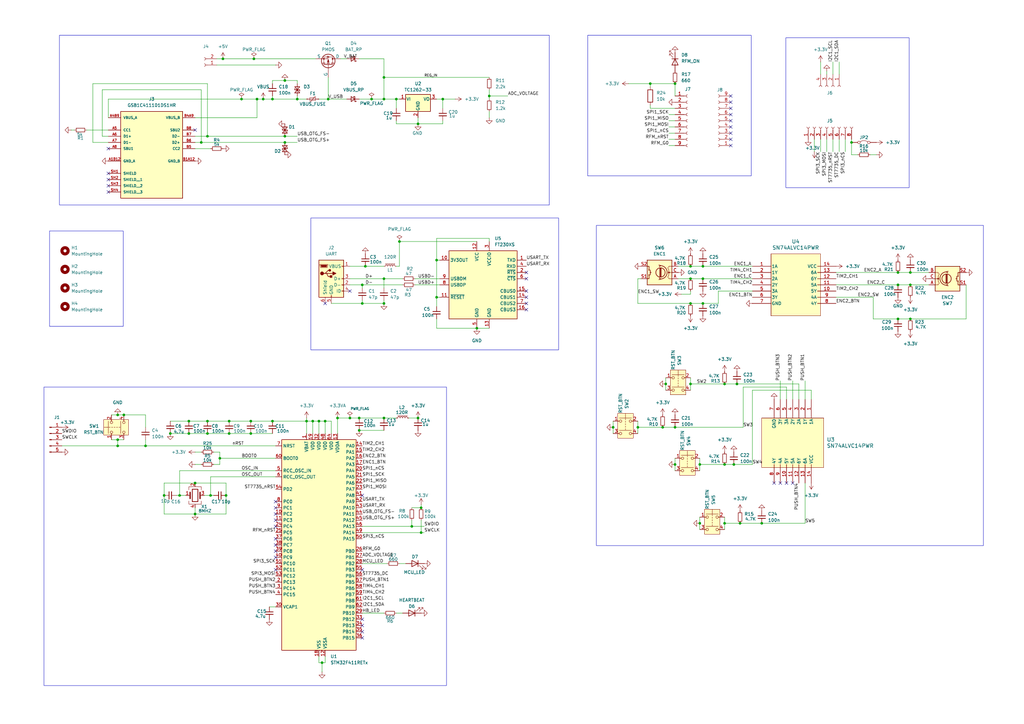
<source format=kicad_sch>
(kicad_sch (version 20231120) (generator "eeschema") (generator_version "8.0")
  (paper "A3")
  (title_block (title "Drone Remote") (date "2025-01-09") (rev "0.1") (company "Ryan Kelly"))
  (junction (at 77.47 177.8))
  (junction (at 111.76 40.64))
  (junction (at 368.3 116.84))
  (junction (at 181.61 40.64))
  (junction (at 373.38 130.81))
  (junction (at 288.29 114.3))
  (junction (at 349.25 58.42))
  (junction (at 179.07 121.92))
  (junction (at 148.59 124.46))
  (junction (at 373.38 116.84))
  (junction (at 302.26 157.48))
  (junction (at 195.58 134.62))
  (junction (at 147.32 176.53))
  (junction (at 157.48 171.45))
  (junction (at 276.86 34.29))
  (junction (at 59.69 182.88))
  (junction (at 125.73 172.72))
  (junction (at 50.8 170.18))
  (junction (at 138.43 171.45))
  (junction (at 116.84 33.02))
  (junction (at 121.92 40.64))
  (junction (at 297.18 157.48))
  (junction (at 130.81 172.72))
  (junction (at 143.51 171.45))
  (junction (at 48.26 180.34))
  (junction (at 276.86 190.5))
  (junction (at 128.27 172.72))
  (junction (at 93.98 172.72))
  (junction (at 134.62 40.64))
  (junction (at 105.41 40.64))
  (junction (at 368.3 130.81))
  (junction (at 133.35 172.72))
  (junction (at 157.48 124.46))
  (junction (at 368.3 111.76))
  (junction (at 85.09 172.72))
  (junction (at 82.55 58.42))
  (junction (at 67.31 203.2))
  (junction (at 149.86 109.22))
  (junction (at 171.45 171.45))
  (junction (at 48.26 182.88))
  (junction (at 157.48 40.64))
  (junction (at 73.66 203.2))
  (junction (at 86.36 203.2))
  (junction (at 168.91 215.9))
  (junction (at 172.72 208.28))
  (junction (at 261.62 175.26))
  (junction (at 69.85 177.8))
  (junction (at 283.21 114.3))
  (junction (at 162.56 40.64))
  (junction (at 373.38 111.76))
  (junction (at 171.45 50.8))
  (junction (at 273.05 157.48))
  (junction (at 283.21 124.46))
  (junction (at 157.48 114.3))
  (junction (at 300.99 190.5))
  (junction (at 132.08 271.78))
  (junction (at 77.47 172.72))
  (junction (at 297.18 214.63))
  (junction (at 172.72 218.44))
  (junction (at 271.78 175.26))
  (junction (at 92.71 203.2))
  (junction (at 152.4 40.64))
  (junction (at 99.06 40.64))
  (junction (at 48.26 170.18))
  (junction (at 157.48 31.75))
  (junction (at 163.83 99.06))
  (junction (at 104.14 24.13))
  (junction (at 297.18 190.5))
  (junction (at 288.29 124.46))
  (junction (at 288.29 109.22))
  (junction (at 107.95 40.64))
  (junction (at 116.84 58.42))
  (junction (at 283.21 109.22))
  (junction (at 283.21 157.48))
  (junction (at 303.53 214.63))
  (junction (at 102.87 172.72))
  (junction (at 80.01 198.12))
  (junction (at 91.44 24.13))
  (junction (at 179.07 106.68))
  (junction (at 116.84 55.88))
  (junction (at 287.02 214.63))
  (junction (at 111.76 172.72))
  (junction (at 287.02 190.5))
  (junction (at 148.59 116.84))
  (junction (at 85.09 55.88))
  (junction (at 90.17 187.96))
  (junction (at 102.87 177.8))
  (junction (at 266.7 34.29))
  (junction (at 85.09 177.8))
  (junction (at 251.46 175.26))
  (junction (at 200.66 39.37))
  (junction (at 276.86 175.26))
  (junction (at 312.42 214.63))
  (junction (at 93.98 177.8))
  (junction (at 80.01 210.82))
  (junction (at 147.32 171.45))
  (no_connect (at 215.9 119.38))
  (no_connect (at 113.03 210.82))
  (no_connect (at 113.03 226.06))
  (no_connect (at 299.72 52.07))
  (no_connect (at 148.59 233.68))
  (no_connect (at 299.72 41.91))
  (no_connect (at 80.01 53.34))
  (no_connect (at 215.9 124.46))
  (no_connect (at 322.58 198.12))
  (no_connect (at 317.5 198.12))
  (no_connect (at 44.45 60.96))
  (no_connect (at 148.59 261.62))
  (no_connect (at 215.9 114.3))
  (no_connect (at 113.03 213.36))
  (no_connect (at 44.45 78.74))
  (no_connect (at 143.51 119.38))
  (no_connect (at 299.72 49.53))
  (no_connect (at 148.59 256.54))
  (no_connect (at 44.45 76.2))
  (no_connect (at 44.45 71.12))
  (no_connect (at 113.03 220.98))
  (no_connect (at 113.03 233.68))
  (no_connect (at 215.9 111.76))
  (no_connect (at 113.03 228.6))
  (no_connect (at 148.59 254))
  (no_connect (at 148.59 259.08))
  (no_connect (at 299.72 57.15))
  (no_connect (at 113.03 208.28))
  (no_connect (at 133.35 124.46))
  (no_connect (at 215.9 127))
  (no_connect (at 215.9 121.92))
  (no_connect (at 299.72 39.37))
  (no_connect (at 113.03 205.74))
  (no_connect (at 299.72 46.99))
  (no_connect (at 113.03 223.52))
  (no_connect (at 113.03 215.9))
  (no_connect (at 320.04 198.12))
  (no_connect (at 44.45 73.66))
  (no_connect (at 299.72 54.61))
  (no_connect (at 299.72 59.69))
  (no_connect (at 148.59 203.2))
  (no_connect (at 299.72 44.45))
  (no_connect (at 325.12 198.12))
  (wire (pts (xy 85.09 55.88) (xy 85.09 34.29)))
  (wire (pts (xy 336.55 57.15) (xy 336.55 62.23)))
  (wire (pts (xy 181.61 49.53) (xy 181.61 50.8)))
  (wire (pts (xy 80.01 190.5) (xy 82.55 190.5)))
  (wire (pts (xy 80.01 210.82) (xy 67.31 210.82)))
  (wire (pts (xy 179.07 121.92) (xy 180.34 121.92)))
  (wire (pts (xy 368.3 130.81) (xy 373.38 130.81)))
  (wire (pts (xy 92.71 203.2) (xy 92.71 210.82)))
  (wire (pts (xy 48.26 170.18) (xy 50.8 170.18)))
  (wire (pts (xy 368.3 116.84) (xy 373.38 116.84)))
  (wire (pts (xy 294.64 124.46) (xy 288.29 124.46)))
  (wire (pts (xy 167.64 171.45) (xy 171.45 171.45)))
  (wire (pts (xy 111.76 172.72) (xy 125.73 172.72)))
  (wire (pts (xy 334.01 57.15) (xy 334.01 62.23)))
  (wire (pts (xy 29.21 53.34) (xy 30.48 53.34)))
  (wire (pts (xy 143.51 109.22) (xy 149.86 109.22)))
  (wire (pts (xy 162.56 49.53) (xy 162.56 50.8)))
  (wire (pts (xy 80.01 48.26) (xy 105.41 48.26)))
  (wire (pts (xy 166.37 231.14) (xy 163.83 231.14)))
  (wire (pts (xy 172.72 213.36) (xy 172.72 218.44)))
  (wire (pts (xy 90.17 187.96) (xy 90.17 190.5)))
  (wire (pts (xy 273.05 157.48) (xy 273.05 160.02)))
  (wire (pts (xy 44.45 48.26) (xy 44.45 40.64)))
  (wire (pts (xy 303.53 214.63) (xy 312.42 214.63)))
  (wire (pts (xy 396.24 116.84) (xy 396.24 130.81)))
  (wire (pts (xy 283.21 120.65) (xy 283.21 119.38)))
  (wire (pts (xy 195.58 134.62) (xy 200.66 134.62)))
  (wire (pts (xy 287.02 190.5) (xy 297.18 190.5)))
  (wire (pts (xy 148.59 123.19) (xy 148.59 124.46)))
  (wire (pts (xy 266.7 44.45) (xy 266.7 43.18)))
  (wire (pts (xy 125.73 172.72) (xy 125.73 177.8)))
  (wire (pts (xy 339.09 57.15) (xy 339.09 62.23)))
  (wire (pts (xy 339.09 29.21) (xy 339.09 30.48)))
  (wire (pts (xy 139.7 24.13) (xy 142.24 24.13)))
  (wire (pts (xy 163.83 109.22) (xy 163.83 99.06)))
  (wire (pts (xy 274.32 49.53) (xy 276.86 49.53)))
  (wire (pts (xy 287.02 212.09) (xy 287.02 214.63)))
  (wire (pts (xy 157.48 114.3) (xy 165.1 114.3)))
  (wire (pts (xy 157.48 114.3) (xy 157.48 118.11)))
  (wire (pts (xy 157.48 123.19) (xy 157.48 124.46)))
  (wire (pts (xy 76.2 203.2) (xy 73.66 203.2)))
  (wire (pts (xy 138.43 171.45) (xy 143.51 171.45)))
  (wire (pts (xy 373.38 111.76) (xy 381 111.76)))
  (wire (pts (xy 80.01 198.12) (xy 67.31 198.12)))
  (wire (pts (xy 41.91 36.83) (xy 82.55 36.83)))
  (wire (pts (xy 133.35 269.24) (xy 133.35 271.78)))
  (wire (pts (xy 44.45 40.64) (xy 99.06 40.64)))
  (wire (pts (xy 80.01 58.42) (xy 82.55 58.42)))
  (wire (pts (xy 87.63 190.5) (xy 90.17 190.5)))
  (wire (pts (xy 73.66 193.04) (xy 113.03 193.04)))
  (wire (pts (xy 172.72 218.44) (xy 173.99 218.44)))
  (wire (pts (xy 342.9 116.84) (xy 368.3 116.84)))
  (wire (pts (xy 288.29 109.22) (xy 308.61 109.22)))
  (wire (pts (xy 304.8 158.75) (xy 322.58 158.75)))
  (wire (pts (xy 116.84 55.88) (xy 121.92 55.88)))
  (wire (pts (xy 179.07 134.62) (xy 195.58 134.62)))
  (wire (pts (xy 25.4 182.88) (xy 48.26 182.88)))
  (wire (pts (xy 200.66 36.83) (xy 200.66 39.37)))
  (wire (pts (xy 148.59 116.84) (xy 148.59 118.11)))
  (wire (pts (xy 87.63 185.42) (xy 90.17 185.42)))
  (wire (pts (xy 85.09 55.88) (xy 116.84 55.88)))
  (wire (pts (xy 85.09 177.8) (xy 93.98 177.8)))
  (wire (pts (xy 179.07 130.81) (xy 179.07 134.62)))
  (wire (pts (xy 107.95 40.64) (xy 111.76 40.64)))
  (wire (pts (xy 356.87 63.5) (xy 359.41 63.5)))
  (wire (pts (xy 38.1 58.42) (xy 44.45 58.42)))
  (wire (pts (xy 179.07 97.79) (xy 179.07 106.68)))
  (wire (pts (xy 274.32 54.61) (xy 276.86 54.61)))
  (wire (pts (xy 82.55 36.83) (xy 82.55 58.42)))
  (wire (pts (xy 368.3 111.76) (xy 373.38 111.76)))
  (wire (pts (xy 134.62 31.75) (xy 134.62 40.64)))
  (wire (pts (xy 130.81 172.72) (xy 133.35 172.72)))
  (wire (pts (xy 67.31 198.12) (xy 67.31 203.2)))
  (wire (pts (xy 92.71 198.12) (xy 80.01 198.12)))
  (wire (pts (xy 148.59 116.84) (xy 165.1 116.84)))
  (wire (pts (xy 257.81 34.29) (xy 266.7 34.29)))
  (wire (pts (xy 172.72 207.01) (xy 172.72 208.28)))
  (wire (pts (xy 147.32 176.53) (xy 157.48 176.53)))
  (wire (pts (xy 342.9 111.76) (xy 368.3 111.76)))
  (wire (pts (xy 134.62 40.64) (xy 142.24 40.64)))
  (wire (pts (xy 276.86 187.96) (xy 276.86 190.5)))
  (wire (pts (xy 283.21 157.48) (xy 297.18 157.48)))
  (wire (pts (xy 200.66 99.06) (xy 200.66 97.79)))
  (wire (pts (xy 86.36 203.2) (xy 87.63 203.2)))
  (wire (pts (xy 276.86 175.26) (xy 304.8 175.26)))
  (wire (pts (xy 261.62 175.26) (xy 271.78 175.26)))
  (wire (pts (xy 59.69 180.34) (xy 59.69 182.88)))
  (wire (pts (xy 93.98 177.8) (xy 102.87 177.8)))
  (wire (pts (xy 302.26 157.48) (xy 327.66 157.48)))
  (wire (pts (xy 88.9 26.67) (xy 113.03 26.67)))
  (wire (pts (xy 143.51 114.3) (xy 157.48 114.3)))
  (wire (pts (xy 85.09 172.72) (xy 93.98 172.72)))
  (wire (pts (xy 92.71 203.2) (xy 92.71 198.12)))
  (wire (pts (xy 138.43 171.45) (xy 138.43 177.8)))
  (wire (pts (xy 162.56 40.64) (xy 163.83 40.64)))
  (wire (pts (xy 130.81 269.24) (xy 130.81 271.78)))
  (wire (pts (xy 80.01 185.42) (xy 82.55 185.42)))
  (wire (pts (xy 80.01 55.88) (xy 85.09 55.88)))
  (wire (pts (xy 308.61 160.02) (xy 332.74 160.02)))
  (wire (pts (xy 168.91 208.28) (xy 172.72 208.28)))
  (wire (pts (xy 45.72 170.18) (xy 48.26 170.18)))
  (wire (pts (xy 135.89 124.46) (xy 148.59 124.46)))
  (wire (pts (xy 283.21 114.3) (xy 288.29 114.3)))
  (wire (pts (xy 251.46 172.72) (xy 251.46 175.26)))
  (wire (pts (xy 44.45 55.88) (xy 41.91 55.88)))
  (wire (pts (xy 48.26 182.88) (xy 59.69 182.88)))
  (wire (pts (xy 59.69 170.18) (xy 50.8 170.18)))
  (wire (pts (xy 102.87 172.72) (xy 111.76 172.72)))
  (wire (pts (xy 162.56 50.8) (xy 171.45 50.8)))
  (wire (pts (xy 300.99 190.5) (xy 308.61 190.5)))
  (wire (pts (xy 261.62 114.3) (xy 261.62 124.46)))
  (wire (pts (xy 90.17 185.42) (xy 90.17 187.96)))
  (wire (pts (xy 105.41 40.64) (xy 107.95 40.64)))
  (wire (pts (xy 111.76 33.02) (xy 111.76 34.29)))
  (wire (pts (xy 121.92 33.02) (xy 116.84 33.02)))
  (wire (pts (xy 278.13 114.3) (xy 283.21 114.3)))
  (wire (pts (xy 373.38 130.81) (xy 396.24 130.81)))
  (wire (pts (xy 261.62 114.3) (xy 262.89 114.3)))
  (wire (pts (xy 147.32 171.45) (xy 157.48 171.45)))
  (wire (pts (xy 132.08 275.59) (xy 132.08 271.78)))
  (wire (pts (xy 125.73 172.72) (xy 128.27 172.72)))
  (wire (pts (xy 157.48 40.64) (xy 162.56 40.64)))
  (wire (pts (xy 297.18 212.09) (xy 297.18 214.63)))
  (wire (pts (xy 200.66 45.72) (xy 200.66 48.26)))
  (wire (pts (xy 157.48 124.46) (xy 148.59 124.46)))
  (wire (pts (xy 110.49 248.92) (xy 113.03 248.92)))
  (wire (pts (xy 86.36 195.58) (xy 113.03 195.58)))
  (wire (pts (xy 128.27 172.72) (xy 128.27 177.8)))
  (wire (pts (xy 147.32 24.13) (xy 157.48 24.13)))
  (wire (pts (xy 179.07 40.64) (xy 181.61 40.64)))
  (wire (pts (xy 148.59 251.46) (xy 157.48 251.46)))
  (wire (pts (xy 266.7 34.29) (xy 276.86 34.29)))
  (wire (pts (xy 69.85 172.72) (xy 77.47 172.72)))
  (wire (pts (xy 163.83 99.06) (xy 195.58 99.06)))
  (wire (pts (xy 116.84 33.02) (xy 111.76 33.02)))
  (wire (pts (xy 48.26 182.88) (xy 48.26 180.34)))
  (wire (pts (xy 72.39 203.2) (xy 73.66 203.2)))
  (wire (pts (xy 297.18 214.63) (xy 303.53 214.63)))
  (wire (pts (xy 346.71 57.15) (xy 346.71 62.23)))
  (wire (pts (xy 283.21 154.94) (xy 283.21 157.48)))
  (wire (pts (xy 308.61 119.38) (xy 294.64 119.38)))
  (wire (pts (xy 180.34 106.68) (xy 179.07 106.68)))
  (wire (pts (xy 86.36 203.2) (xy 83.82 203.2)))
  (wire (pts (xy 279.4 120.65) (xy 283.21 120.65)))
  (wire (pts (xy 344.17 25.4) (xy 344.17 30.48)))
  (wire (pts (xy 157.48 171.45) (xy 162.56 171.45)))
  (wire (pts (xy 287.02 187.96) (xy 287.02 190.5)))
  (wire (pts (xy 266.7 44.45) (xy 276.86 44.45)))
  (wire (pts (xy 287.02 214.63) (xy 287.02 217.17)))
  (wire (pts (xy 358.14 121.92) (xy 342.9 121.92)))
  (wire (pts (xy 283.21 109.22) (xy 288.29 109.22)))
  (wire (pts (xy 41.91 55.88) (xy 41.91 36.83)))
  (wire (pts (xy 358.14 130.81) (xy 358.14 121.92)))
  (wire (pts (xy 162.56 109.22) (xy 163.83 109.22)))
  (wire (pts (xy 312.42 214.63) (xy 330.2 214.63)))
  (wire (pts (xy 179.07 125.73) (xy 179.07 121.92)))
  (wire (pts (xy 86.36 195.58) (xy 86.36 203.2)))
  (wire (pts (xy 130.81 271.78) (xy 132.08 271.78)))
  (wire (pts (xy 157.48 24.13) (xy 157.48 31.75)))
  (wire (pts (xy 45.72 180.34) (xy 48.26 180.34)))
  (wire (pts (xy 168.91 213.36) (xy 168.91 215.9)))
  (wire (pts (xy 35.56 53.34) (xy 44.45 53.34)))
  (wire (pts (xy 147.32 40.64) (xy 152.4 40.64)))
  (wire (pts (xy 125.73 171.45) (xy 125.73 172.72)))
  (wire (pts (xy 80.01 208.28) (xy 80.01 210.82)))
  (wire (pts (xy 99.06 40.64) (xy 105.41 40.64)))
  (wire (pts (xy 80.01 60.96) (xy 86.36 60.96)))
  (wire (pts (xy 157.48 31.75) (xy 157.48 40.64)))
  (wire (pts (xy 287.02 190.5) (xy 287.02 193.04)))
  (wire (pts (xy 133.35 172.72) (xy 135.89 172.72)))
  (wire (pts (xy 133.35 172.72) (xy 133.35 177.8)))
  (wire (pts (xy 283.21 124.46) (xy 288.29 124.46)))
  (wire (pts (xy 288.29 114.3) (xy 308.61 114.3)))
  (wire (pts (xy 344.17 57.15) (xy 344.17 62.23)))
  (wire (pts (xy 297.18 214.63) (xy 297.18 217.17)))
  (wire (pts (xy 341.63 57.15) (xy 341.63 62.23)))
  (wire (pts (xy 130.81 172.72) (xy 130.81 177.8)))
  (wire (pts (xy 130.81 40.64) (xy 134.62 40.64)))
  (wire (pts (xy 330.2 214.63) (xy 330.2 198.12)))
  (wire (pts (xy 170.18 116.84) (xy 180.34 116.84)))
  (wire (pts (xy 111.76 39.37) (xy 111.76 40.64)))
  (wire (pts (xy 149.86 109.22) (xy 157.48 109.22)))
  (wire (pts (xy 148.59 215.9) (xy 168.91 215.9)))
  (wire (pts (xy 38.1 34.29) (xy 38.1 58.42)))
  (wire (pts (xy 77.47 172.72) (xy 85.09 172.72)))
  (wire (pts (xy 271.78 175.26) (xy 276.86 175.26)))
  (wire (pts (xy 358.14 130.81) (xy 368.3 130.81)))
  (wire (pts (xy 373.38 116.84) (xy 381 116.84)))
  (wire (pts (xy 92.71 210.82) (xy 80.01 210.82)))
  (wire (pts (xy 88.9 24.13) (xy 91.44 24.13)))
  (wire (pts (xy 261.62 175.26) (xy 261.62 177.8)))
  (wire (pts (xy 330.2 156.21) (xy 330.2 163.83)))
  (wire (pts (xy 278.13 109.22) (xy 283.21 109.22)))
  (wire (pts (xy 143.51 116.84) (xy 148.59 116.84)))
  (wire (pts (xy 73.66 203.2) (xy 73.66 193.04)))
  (wire (pts (xy 304.8 158.75) (xy 304.8 175.26)))
  (wire (pts (xy 276.86 34.29) (xy 276.86 39.37)))
  (wire (pts (xy 320.04 156.21) (xy 320.04 163.83)))
  (wire (pts (xy 297.18 157.48) (xy 302.26 157.48)))
  (wire (pts (xy 294.64 119.38) (xy 294.64 124.46)))
  (wire (pts (xy 67.31 210.82) (xy 67.31 203.2)))
  (wire (pts (xy 102.87 177.8) (xy 111.76 177.8)))
  (wire (pts (xy 349.25 58.42) (xy 349.25 63.5)))
  (wire (pts (xy 332.74 160.02) (xy 332.74 163.83)))
  (wire (pts (xy 105.41 48.26) (xy 105.41 40.64)))
  (wire (pts (xy 104.14 24.13) (xy 129.54 24.13)))
  (wire (pts (xy 170.18 114.3) (xy 180.34 114.3)))
  (wire (pts (xy 336.55 25.4) (xy 336.55 30.48)))
  (wire (pts (xy 171.45 48.26) (xy 171.45 50.8)))
  (wire (pts (xy 90.17 187.96) (xy 113.03 187.96)))
  (wire (pts (xy 135.89 172.72) (xy 135.89 177.8)))
  (wire (pts (xy 165.1 251.46) (xy 162.56 251.46)))
  (wire (pts (xy 200.66 39.37) (xy 200.66 40.64)))
  (wire (pts (xy 273.05 154.94) (xy 273.05 157.48)))
  (wire (pts (xy 157.48 31.75) (xy 200.66 31.75)))
  (wire (pts (xy 179.07 106.68) (xy 179.07 121.92)))
  (wire (pts (xy 85.09 34.29) (xy 38.1 34.29)))
  (wire (pts (xy 148.59 218.44) (xy 172.72 218.44)))
  (wire (pts (xy 93.98 172.72) (xy 102.87 172.72)))
  (wire (pts (xy 341.63 25.4) (xy 341.63 30.48)))
  (wire (pts (xy 200.66 97.79) (xy 179.07 97.79)))
  (wire (pts (xy 77.47 177.8) (xy 85.09 177.8)))
  (wire (pts (xy 162.56 40.64) (xy 162.56 44.45)))
  (wire (pts (xy 251.46 175.26) (xy 251.46 177.8)))
  (wire (pts (xy 181.61 40.64) (xy 186.69 40.64)))
  (wire (pts (xy 121.92 39.37) (xy 121.92 40.64)))
  (wire (pts (xy 276.86 190.5) (xy 276.86 193.04)))
  (wire (pts (xy 69.85 177.8) (xy 77.47 177.8)))
  (wire (pts (xy 152.4 40.64) (xy 157.48 40.64)))
  (wire (pts (xy 325.12 156.21) (xy 325.12 163.83)))
  (wire (pts (xy 82.55 58.42) (xy 116.84 58.42)))
  (wire (pts (xy 274.32 52.07) (xy 276.86 52.07)))
  (wire (pts (xy 111.76 40.64) (xy 121.92 40.64)))
  (wire (pts (xy 48.26 180.34) (xy 50.8 180.34)))
  (wire (pts (xy 121.92 40.64) (xy 125.73 40.64)))
  (wire (pts (xy 349.25 63.5) (xy 351.79 63.5)))
  (wire (pts (xy 274.32 57.15) (xy 276.86 57.15)))
  (wire (pts (xy 274.32 46.99) (xy 276.86 46.99)))
  (wire (pts (xy 274.32 59.69) (xy 276.86 59.69)))
  (wire (pts (xy 59.69 182.88) (xy 113.03 182.88)))
  (wire (pts (xy 59.69 175.26) (xy 59.69 170.18)))
  (wire (pts (xy 297.18 190.5) (xy 300.99 190.5)))
  (wire (pts (xy 322.58 158.75) (xy 322.58 163.83)))
  (wire (pts (xy 116.84 58.42) (xy 121.92 58.42)))
  (wire (pts (xy 128.27 172.72) (xy 130.81 172.72)))
  (wire (pts (xy 200.66 39.37) (xy 208.28 39.37)))
  (wire (pts (xy 327.66 157.48) (xy 327.66 163.83)))
  (wire (pts (xy 181.61 40.64) (xy 181.61 44.45)))
  (wire (pts (xy 168.91 215.9) (xy 173.99 215.9)))
  (wire (pts (xy 308.61 160.02) (xy 308.61 190.5)))
  (wire (pts (xy 349.25 57.15) (xy 349.25 58.42)))
  (wire (pts (xy 266.7 34.29) (xy 266.7 35.56)))
  (wire (pts (xy 261.62 172.72) (xy 261.62 175.26)))
  (wire (pts (xy 91.44 24.13) (xy 104.14 24.13)))
  (wire (pts (xy 143.51 171.45) (xy 147.32 171.45)))
  (wire (pts (xy 283.21 157.48) (xy 283.21 160.02)))
  (wire (pts (xy 133.35 271.78) (xy 132.08 271.78)))
  (wire (pts (xy 261.62 124.46) (xy 283.21 124.46)))
  (wire (pts (xy 171.45 50.8) (xy 181.61 50.8)))
  (wire (pts (xy 148.59 231.14) (xy 158.75 231.14)))
  (wire (pts (xy 121.92 34.29) (xy 121.92 33.02)))
  (rectangle (start 244.602 92.456) (end 403.352 223.774))
  (rectangle (start 20.32 94.742) (end 50.546 133.858))
  (rectangle (start 127.508 89.408) (end 229.108 143.51))
  (rectangle (start 24.384 14.478) (end 225.298 84.074))
  (rectangle (start 241.046 14.478) (end 308.102 72.136))
  (rectangle (start 18.034 158.75) (end 183.134 281.178))
  (rectangle (start 322.326 15.494) (end 372.872 76.962))
  (label "ADC_VOLTAGE" (at 208.28 39.37 0))
  (label "TIM4_CH2" (at 148.59 243.84 0))
  (label "ENC1_C" (at 300.99 114.3 0))
  (label "OSC_IN" (at 99.06 193.04 0))
  (label "USB_OTG_FS-" (at 148.59 210.82 0))
  (label "I2C1_SCL" (at 148.59 246.38 0))
  (label "BOOT0" (at 99.06 187.96 0))
  (label "ENC1_A" (at 300.99 109.22 0))
  (label "SPI1_MISO" (at 148.59 198.12 0))
  (label "ST7735_DC" (at 148.59 236.22 0))
  (label "PUSH_BTN1" (at 330.2 156.21 90))
  (label "ST7735_nRST" (at 113.03 200.66 180))
  (label "SWDIO" (at 173.99 215.9 0))
  (label "PUSH_BTN3" (at 113.03 241.3 180))
  (label "ENC1_BTN" (at 148.59 190.5 0))
  (label "I2C1_SDA" (at 344.17 25.4 90))
  (label "SPI3_nCS" (at 346.71 62.23 270))
  (label "SPI3_MOSI" (at 113.03 236.22 180))
  (label "D-" (at 149.86 116.84 0))
  (label "SPI3_nCS" (at 148.59 220.98 0))
  (label "USB_OTG_FS-" (at 121.92 55.88 0))
  (label "ENC2_BTN" (at 148.59 187.96 0))
  (label "USB_OTG_FS+" (at 121.92 58.42 0))
  (label "USART_TX" (at 215.9 106.68 0))
  (label "ENC1_SW" (at 261.62 120.65 0))
  (label "ENC2_A" (at 354.33 111.76 0))
  (label "I2C1_SCL" (at 341.63 25.4 90))
  (label "USBD-" (at 171.45 114.3 0))
  (label "USART_TX" (at 148.59 205.74 0))
  (label "MCU_LED" (at 148.59 231.14 0))
  (label "SWCLK" (at 25.4 180.34 0))
  (label "SPI1_MISO" (at 274.32 49.53 180))
  (label "PUSH_BTN3" (at 320.04 156.21 90))
  (label "PUSH_BTN4" (at 327.66 198.12 270))
  (label "PUSH_BTN1" (at 148.59 238.76 0))
  (label "TIM4_CH1" (at 308.61 111.76 180))
  (label "ENC2_C" (at 355.6 116.84 0))
  (label "TIM2_CH1" (at 342.9 114.3 0))
  (label "USART_RX" (at 148.59 208.28 0))
  (label "RFM_G0" (at 274.32 59.69 180))
  (label "V_USB" (at 134.62 40.64 0))
  (label "HB_LED" (at 148.59 251.46 0))
  (label "I2C1_SDA" (at 148.59 248.92 0))
  (label "SW2" (at 285.75 157.48 0))
  (label "RFM_G0" (at 148.59 226.06 0))
  (label "SPI1_nCS" (at 274.32 54.61 180))
  (label "ST7735_nRST" (at 341.63 62.23 270))
  (label "ENC2_SW" (at 351.79 121.92 0))
  (label "TIM4_CH2" (at 308.61 116.84 180))
  (label "D+" (at 149.86 114.3 0))
  (label "nRST" (at 95.25 182.88 0))
  (label "ENC2_BTN" (at 342.9 124.46 0))
  (label "ADC_VOLTAGE" (at 148.59 228.6 0))
  (label "SPI1_MOSI" (at 274.32 52.07 180))
  (label "RFM_nRST" (at 274.32 57.15 180))
  (label "TIM2_CH2" (at 342.9 119.38 0))
  (label "SWDIO" (at 25.4 177.8 0))
  (label "TIM2_CH2" (at 148.59 185.42 0))
  (label "SW5" (at 330.2 214.63 0))
  (label "SPI1_SCK" (at 274.32 46.99 180))
  (label "SPI3_SCK" (at 336.55 62.23 270))
  (label "TIM4_CH1" (at 148.59 241.3 0))
  (label "ST7735_DC" (at 344.17 62.23 270))
  (label "REG_IN" (at 173.99 31.75 0) (effects (font (size 1.016 1.016))))
  (label "USART_RX" (at 215.9 109.22 0))
  (label "PUSH_BTN2" (at 113.03 238.76 180))
  (label "SW3" (at 304.8 175.26 0))
  (label "SPI3_SCK" (at 113.03 231.14 180))
  (label "USBD+" (at 171.45 116.84 0))
  (label "SPI1_nCS" (at 148.59 193.04 0))
  (label "USB_OTG_FS+" (at 148.59 213.36 0))
  (label "ENC1_BTN" (at 308.61 121.92 180))
  (label "OSC_OUT" (at 99.06 195.58 0))
  (label "RFM_nRST" (at 113.03 218.44 180))
  (label "SPI1_SCK" (at 148.59 195.58 0))
  (label "V_BAT" (at 140.97 24.13 0))
  (label "SPI3_MOSI" (at 339.09 62.23 270))
  (label "TIM2_CH1" (at 148.59 182.88 0))
  (label "PUSH_BTN2" (at 325.12 156.21 90))
  (label "SW4" (at 308.61 190.5 0))
  (label "PUSH_BTN4" (at 113.03 243.84 180))
  (label "SWCLK" (at 173.99 218.44 0))
  (label "SPI1_MOSI" (at 148.59 200.66 0))
  (symbol (lib_id "power:GND") (at 132.08 275.59 0) (unit 1)
    (property "Reference" "#PWR023" (effects (hide yes)))
    (property "Value" "GND" (effects (hide yes)))
    (property "Description" "Power symbol creates a global label with name \"GND\" , ground" (effects (hide yes)))
  )
  (symbol (lib_id "Device:R_Small") (at 33.02 53.34 90) (unit 1)
    (property "Reference" "R1" (at 33.02 56.642 90))
    (property "Value" "5k" (at 32.766 55.118 90))
    (property "Footprint" "Resistor_SMD:R_0805_2012Metric" (effects (hide yes)))
    (property "Description" "Resistor, small symbol" (effects (hide yes)))
  )
  (symbol (lib_id "power:GND") (at 339.09 29.21 180) (unit 1)
    (property "Reference" "#PWR049" (effects (hide yes)))
    (property "Value" "GND" (effects (hide yes)))
    (property "Description" "Power symbol creates a global label with name \"GND\" , ground" (effects (hide yes)))
  )
  (symbol (lib_id "power:+3.3V") (at 297.18 185.42 0) (unit 1)
    (property "Reference" "#PWR041" (effects (hide yes)))
    (property "Value" "+3.3V" (at 297.18 180.34 0))
    (property "Description" "Power symbol creates a global label with name \"+3.3V\"" (effects (hide yes)))
  )
  (symbol (lib_id "power:PWR_FLAG") (at 143.51 171.45 0) (unit 1)
    (property "Reference" "#FLG04" (effects (hide yes)))
    (property "Value" "PWR_FLAG" (at 147.574 167.64 0) (effects (font (size 1.016 1.016))))
    (property "Description" "Special symbol for telling ERC where power comes from" (effects (hide yes)))
  )
  (symbol (lib_id "power:GND") (at 195.58 134.62 0) (unit 1)
    (property "Reference" "#PWR013" (effects (hide yes)))
    (property "Value" "GND" (at 195.58 139.7 0))
    (property "Description" "Power symbol creates a global label with name \"GND\" , ground" (effects (hide yes)))
  )
  (symbol (lib_id "power:+3.3V") (at 303.53 209.55 0) (unit 1)
    (property "Reference" "#PWR044" (effects (hide yes)))
    (property "Value" "+3.3V" (at 303.53 204.47 0))
    (property "Description" "Power symbol creates a global label with name \"+3.3V\"" (effects (hide yes)))
  )
  (symbol (lib_id "Device:C_Small") (at 111.76 175.26 180) (unit 1)
    (property "Reference" "C11" (at 114.808 174.752 0))
    (property "Value" "100n" (at 116.078 176.784 0))
    (property "Footprint" "Capacitor_SMD:C_0402_1005Metric" (effects (hide yes)))
    (property "Description" "Unpolarized capacitor, small symbol" (effects (hide yes)))
  )
  (symbol (lib_id "Device:LED") (at 170.18 231.14 0) (mirror y) (unit 1)
    (property "Reference" "D7" (at 170.18 228.346 0))
    (property "Value" "MCU_LED" (at 169.926 234.696 0))
    (property "Footprint" "LED_SMD:LED_0603_1608Metric" (effects (hide yes)))
    (property "Description" "Light emitting diode" (effects (hide yes)))
  )
  (symbol (lib_id "Device:R_Small") (at 297.18 154.94 180) (unit 1)
    (property "Reference" "R13" (at 295.402 156.21 0) (effects (justify left)))
    (property "Value" "4.7K" (at 295.148 154.178 0) (effects (justify left)))
    (property "Footprint" "Resistor_SMD:R_0805_2012Metric" (effects (hide yes)))
    (property "Description" "Resistor, small symbol" (effects (hide yes)))
  )
  (symbol (lib_id "Device:C_Small") (at 288.29 127 0) (unit 1)
    (property "Reference" "C27" (at 290.83 125.7362 0) (effects (justify left)))
    (property "Value" "100n" (at 290.83 128.2762 0) (effects (justify left)))
    (property "Footprint" "Capacitor_SMD:C_0805_2012Metric" (effects (hide yes)))
    (property "Description" "Unpolarized capacitor, small symbol" (effects (hide yes)))
  )
  (symbol (lib_id "Device:RotaryEncoder_Switch") (at 270.51 111.76 180) (unit 1)
    (property "Reference" "SW6" (at 270.51 101.6 0))
    (property "Value" "ENC1" (at 270.51 104.14 0))
    (property "Footprint" "Rotary_Encoder:RotaryEncoder_Alps_EC11E-Switch_Vertical_H20mm" (effects (hide yes)))
    (property "Description" "Rotary encoder, dual channel, incremental quadrate outputs, with switch" (effects (hide yes)))
  )
  (symbol (lib_id "Device:C_Small") (at 59.69 177.8 0) (unit 1)
    (property "Reference" "C4" (at 62.23 176.5362 0) (effects (justify left)))
    (property "Value" "100n" (at 62.23 179.0762 0) (effects (justify left)))
    (property "Footprint" "Capacitor_SMD:C_0805_2012Metric" (effects (hide yes)))
    (property "Description" "Unpolarized capacitor, small symbol" (effects (hide yes)))
  )
  (symbol (lib_id "Connector:Conn_01x05_Pin") (at 20.32 180.34 0) (unit 1)
    (property "Reference" "J1" (at 23.368 171.196 0))
    (property "Value" "Conn_01x05_Pin" (effects (hide yes)))
    (property "Footprint" "Connector_PinHeader_2.54mm:PinHeader_1x05_P2.54mm_Vertical" (effects (hide yes)))
    (property "Description" "Generic connector, single row, 01x05, script generated" (effects (hide yes)))
  )
  (symbol (lib_id "Device:C_Small") (at 147.32 173.99 180) (unit 1)
    (property "Reference" "C12" (at 151.13 172.72 0))
    (property "Value" "100n" (at 151.638 174.498 0))
    (property "Footprint" "Capacitor_SMD:C_0402_1005Metric" (effects (hide yes)))
    (property "Description" "Unpolarized capacitor, small symbol" (effects (hide yes)))
  )
  (symbol (lib_id "Switch:SW_Push_Dual") (at 278.13 157.48 0) (unit 1)
    (property "Reference" "SW3" (at 278.638 145.796 90) (effects (justify right)))
    (property "Value" "RST_BTN" (at 276.098 143.51 90) (effects (justify right)))
    (property "Footprint" "project_library:SW_1825910-6-4" (effects (hide yes)))
    (property "Description" "Push button switch, generic, symbol, four pins" (effects (hide yes)))
  )
  (symbol (lib_id "power:GND") (at 308.61 124.46 270) (unit 1)
    (property "Reference" "#PWR065" (effects (hide yes)))
    (property "Value" "GND" (effects (hide yes)))
    (property "Description" "Power symbol creates a global label with name \"GND\" , ground" (effects (hide yes)))
  )
  (symbol (lib_id "power:GND") (at 149.86 104.14 180) (unit 1)
    (property "Reference" "#PWR04" (effects (hide yes)))
    (property "Value" "GND" (effects (hide yes)))
    (property "Description" "Power symbol creates a global label with name \"GND\" , ground" (effects (hide yes)))
  )
  (symbol (lib_id "Regulator_Linear:TC1262-33") (at 171.45 40.64 0) (unit 1)
    (property "Reference" "U2" (at 171.45 34.29 0))
    (property "Value" "TC1262-33" (at 171.45 36.83 0))
    (property "Footprint" "Package_TO_SOT_SMD:SOT-223-3_TabPin2" (effects (hide yes)))
    (property "Datasheet" "http://ww1.microchip.com/downloads/en/DeviceDoc/21373C.pdf" (effects (hide yes)))
    (property "Description" "500mA Low Dropout CMOS Voltage Regulator, Fixed Output 3.3V, TO-220/SOT-223/TO-263" (effects (hide yes)))
  )
  (symbol (lib_id "Device:R_Small") (at 283.21 106.68 180) (unit 1)
    (property "Reference" "R18" (at 281.432 107.95 0) (effects (justify left)))
    (property "Value" "4.7K" (at 281.178 105.918 0) (effects (justify left)))
    (property "Footprint" "Resistor_SMD:R_0805_2012Metric" (effects (hide yes)))
    (property "Description" "Resistor, small symbol" (effects (hide yes)))
  )
  (symbol (lib_id "power:GND") (at 276.86 41.91 270) (unit 1)
    (property "Reference" "#PWR057" (effects (hide yes)))
    (property "Value" "GND" (effects (hide yes)))
    (property "Description" "Power symbol creates a global label with name \"GND\" , ground" (effects (hide yes)))
  )
  (symbol (lib_id "Device:C_Small") (at 300.99 187.96 0) (unit 1)
    (property "Reference" "C22" (at 303.53 186.6962 0) (effects (justify left)))
    (property "Value" "100n" (at 303.53 189.2362 0) (effects (justify left)))
    (property "Footprint" "Capacitor_SMD:C_0805_2012Metric" (effects (hide yes)))
    (property "Description" "Unpolarized capacitor, small symbol" (effects (hide yes)))
  )
  (symbol (lib_id "power:GND") (at 29.21 53.34 270) (unit 1)
    (property "Reference" "#PWR01" (effects (hide yes)))
    (property "Value" "GND" (effects (hide yes)))
    (property "Description" "Power symbol creates a global label with name \"GND\" , ground" (effects (hide yes)))
  )
  (symbol (lib_id "power:+3.3V") (at 342.9 109.22 270) (unit 1)
    (property "Reference" "#PWR066" (effects (hide yes)))
    (property "Value" "+3.3V" (at 346.71 109.2199 90) (effects (justify left)))
    (property "Description" "Power symbol creates a global label with name \"+3.3V\"" (effects (hide yes)))
  )
  (symbol (lib_id "Device:RotaryEncoder_Switch") (at 388.62 114.3 0) (mirror x) (unit 1)
    (property "Reference" "SW7" (at 388.62 124.46 0))
    (property "Value" "ENC2" (at 388.62 121.92 0))
    (property "Footprint" "Rotary_Encoder:RotaryEncoder_Alps_EC11E-Switch_Vertical_H20mm" (effects (hide yes)))
    (property "Description" "Rotary encoder, dual channel, incremental quadrate outputs, with switch" (effects (hide yes)))
  )
  (symbol (lib_id "Device:R") (at 266.7 39.37 180) (unit 1)
    (property "Reference" "R24" (at 269.24 38.0999 0) (effects (justify right)))
    (property "Value" "10k" (at 269.24 40.6399 0) (effects (justify right)))
    (property "Footprint" "Resistor_SMD:R_0402_1005Metric" (effects (hide yes)))
    (property "Description" "Resistor" (effects (hide yes)))
  )
  (symbol (lib_id "Connector:USB_B_Mini") (at 135.89 114.3 0) (unit 1)
    (property "Reference" "J2" (at 135.89 101.6 0))
    (property "Value" "UART" (at 135.89 104.14 0))
    (property "Footprint" "project_library:CONN5_USB1734035_NP_TEC" (effects (hide yes)))
    (property "Description" "USB Mini Type B connector" (effects (hide yes)))
  )
  (symbol (lib_id "power:+3.3V") (at 373.38 135.89 180) (unit 1)
    (property "Reference" "#PWR072" (effects (hide yes)))
    (property "Value" "+3.3V" (at 373.38 140.97 0))
    (property "Description" "Power symbol creates a global label with name \"+3.3V\"" (effects (hide yes)))
  )
  (symbol (lib_id "power:GND") (at 317.5 163.83 180) (unit 1)
    (property "Reference" "#PWR050" (effects (hide yes)))
    (property "Value" "GND" (effects (hide yes)))
    (property "Description" "Power symbol creates a global label with name \"GND\" , ground" (effects (hide yes)))
  )
  (symbol (lib_id "power:+3.3V") (at 283.21 129.54 180) (unit 1)
    (property "Reference" "#PWR061" (effects (hide yes)))
    (property "Value" "+3.3V" (at 283.21 134.62 0))
    (property "Description" "Power symbol creates a global label with name \"+3.3V\"" (effects (hide yes)))
  )
  (symbol (lib_id "power:GND") (at 157.48 124.46 0) (unit 1)
    (property "Reference" "#PWR06" (effects (hide yes)))
    (property "Value" "GND" (effects (hide yes)))
    (property "Description" "Power symbol creates a global label with name \"GND\" , ground" (effects (hide yes)))
  )
  (symbol (lib_id "Device:C_Small") (at 312.42 212.09 180) (unit 1)
    (property "Reference" "C24" (at 314.96 210.8135 0) (effects (justify right)))
    (property "Value" "100n" (at 314.96 213.3535 0) (effects (justify right)))
    (property "Footprint" "Capacitor_SMD:C_0805_2012Metric" (effects (hide yes)))
    (property "Description" "Unpolarized capacitor, small symbol" (effects (hide yes)))
  )
  (symbol (lib_id "Device:R_Small") (at 283.21 127 180) (unit 1)
    (property "Reference" "R20" (at 281.432 128.27 0) (effects (justify left)))
    (property "Value" "4.7K" (at 281.178 126.238 0) (effects (justify left)))
    (property "Footprint" "Resistor_SMD:R_0805_2012Metric" (effects (hide yes)))
    (property "Description" "Resistor, small symbol" (effects (hide yes)))
  )
  (symbol (lib_id "power:GND") (at 113.03 26.67 90) (unit 1)
    (property "Reference" "#PWR017" (effects (hide yes)))
    (property "Value" "GND" (effects (hide yes)))
    (property "Description" "Power symbol creates a global label with name \"GND\" , ground" (effects (hide yes)))
  )
  (symbol (lib_id "Device:C_Small") (at 368.3 119.38 180) (unit 1)
    (property "Reference" "C28" (at 362.712 118.11 0) (effects (justify right)))
    (property "Value" "100n" (at 362.458 120.65 0) (effects (justify right)))
    (property "Footprint" "Capacitor_SMD:C_0805_2012Metric" (effects (hide yes)))
    (property "Description" "Unpolarized capacitor, small symbol" (effects (hide yes)))
  )
  (symbol (lib_id "power:GND") (at 368.3 121.92 0) (unit 1)
    (property "Reference" "#PWR068" (effects (hide yes)))
    (property "Value" "GND" (at 368.3 125.476 0))
    (property "Description" "Power symbol creates a global label with name \"GND\" , ground" (effects (hide yes)))
  )
  (symbol (lib_id "Device:R_Small") (at 88.9 60.96 90) (unit 1)
    (property "Reference" "R4" (at 88.9 57.404 90))
    (property "Value" "5k" (at 88.9 59.182 90))
    (property "Footprint" "Resistor_SMD:R_0805_2012Metric" (effects (hide yes)))
    (property "Description" "Resistor, small symbol" (effects (hide yes)))
  )
  (symbol (lib_id "Device:C_Small") (at 171.45 173.99 0) (unit 1)
    (property "Reference" "C14" (at 174.498 172.466 0))
    (property "Value" "1u" (at 174.498 173.99 0))
    (property "Footprint" "Capacitor_SMD:C_0402_1005Metric" (effects (hide yes)))
    (property "Description" "Unpolarized capacitor, small symbol" (effects (hide yes)))
  )
  (symbol (lib_id "Device:C_Small") (at 157.48 173.99 0) (unit 1)
    (property "Reference" "C13" (at 160.528 172.466 0))
    (property "Value" "1u" (at 160.528 173.99 0))
    (property "Footprint" "Capacitor_SMD:C_0402_1005Metric" (effects (hide yes)))
    (property "Description" "Unpolarized capacitor, small symbol" (effects (hide yes)))
  )
  (symbol (lib_id "Device:R_Small") (at 373.38 133.35 0) (unit 1)
    (property "Reference" "R23" (at 375.158 132.08 0) (effects (justify left)))
    (property "Value" "4.7K" (at 375.412 134.112 0) (effects (justify left)))
    (property "Footprint" "Resistor_SMD:R_0805_2012Metric" (effects (hide yes)))
    (property "Description" "Resistor, small symbol" (effects (hide yes)))
  )
  (symbol (lib_id "Device:R_Small") (at 297.18 187.96 180) (unit 1)
    (property "Reference" "R14" (at 295.402 189.23 0) (effects (justify left)))
    (property "Value" "4.7K" (at 295.148 187.198 0) (effects (justify left)))
    (property "Footprint" "Resistor_SMD:R_0805_2012Metric" (effects (hide yes)))
    (property "Description" "Resistor, small symbol" (effects (hide yes)))
  )
  (symbol (lib_id "power:+3.3V") (at 332.74 198.12 180) (unit 1)
    (property "Reference" "#PWR052" (effects (hide yes)))
    (property "Value" "+3.3V" (at 332.74 203.2 0))
    (property "Description" "Power symbol creates a global label with name \"+3.3V\"" (effects (hide yes)))
  )
  (symbol (lib_id "power:+3.3V") (at 283.21 104.14 0) (unit 1)
    (property "Reference" "#PWR060" (effects (hide yes)))
    (property "Value" "+3.3V" (at 283.21 99.06 0))
    (property "Description" "Power symbol creates a global label with name \"+3.3V\"" (effects (hide yes)))
  )
  (symbol (lib_name "D_Schottky_Small_1") (lib_id "Device:D_Schottky_Small") (at 144.78 40.64 180) (unit 1)
    (property "Reference" "D5" (at 145.034 34.29 0))
    (property "Value" "VBUS_RP" (at 145.034 36.83 0))
    (property "Footprint" "Diode_SMD:D_0805_2012Metric" (effects (hide yes)))
    (property "Description" "Schottky diode, small symbol" (effects (hide yes)))
  )
  (symbol (lib_id "power:GND") (at 302.26 152.4 180) (unit 1)
    (property "Reference" "#PWR043" (effects (hide yes)))
    (property "Value" "GND" (effects (hide yes)))
    (property "Description" "Power symbol creates a global label with name \"GND\" , ground" (effects (hide yes)))
  )
  (symbol (lib_id "Device:D_TVS_Small") (at 116.84 53.34 90) (unit 1)
    (property "Reference" "D1" (at 118.364 52.07 90) (effects (justify right)))
    (property "Value" "DN_TVS" (effects (hide yes)))
    (property "Footprint" "Diode_SMD:D_SOD-323" (effects (hide yes)))
    (property "Description" "Bidirectional transient-voltage-suppression diode, small symbol" (effects (hide yes)))
  )
  (symbol (lib_id "Device:R_Small") (at 160.02 251.46 270) (unit 1)
    (property "Reference" "R6" (at 160.02 254.762 90))
    (property "Value" "660" (at 160.02 253.238 90))
    (property "Footprint" "Resistor_SMD:R_0805_2012Metric" (effects (hide yes)))
    (property "Description" "Resistor, small symbol" (effects (hide yes)))
  )
  (symbol (lib_id "Device:R_Small") (at 200.66 43.18 0) (unit 1)
    (property "Reference" "R12" (at 203.2 41.9099 0) (effects (justify left)))
    (property "Value" "1.2k" (at 203.2 44.4499 0) (effects (justify left)))
    (property "Footprint" "Resistor_SMD:R_0805_2012Metric" (effects (hide yes)))
    (property "Description" "Resistor, small symbol" (effects (hide yes)))
  )
  (symbol (lib_id "Device:L_Ferrite_Small") (at 160.02 109.22 90) (unit 1)
    (property "Reference" "L1" (at 160.02 110.744 90))
    (property "Value" "120R" (at 160.02 105.41 90))
    (property "Footprint" "Inductor_SMD:L_0603_1608Metric" (effects (hide yes)))
    (property "Description" "Inductor with ferrite core, small symbol" (effects (hide yes)))
  )
  (symbol (lib_id "power:+3.3V") (at 186.69 40.64 270) (unit 1)
    (property "Reference" "#PWR033" (effects (hide yes)))
    (property "Value" "+3.3V" (at 190.5 40.6399 90) (effects (justify left)))
    (property "Description" "Power symbol creates a global label with name \"+3.3V\"" (effects (hide yes)))
  )
  (symbol (lib_id "power:GND") (at 276.86 170.18 180) (unit 1)
    (property "Reference" "#PWR037" (effects (hide yes)))
    (property "Value" "GND" (effects (hide yes)))
    (property "Description" "Power symbol creates a global label with name \"GND\" , ground" (effects (hide yes)))
  )
  (symbol (lib_id "Connector:Conn_01x08_Socket") (at 339.09 52.07 90) (unit 1)
    (property "Reference" "J5" (at 340.36 49.53 90))
    (property "Value" "Conn_01x08_Socket" (effects (hide yes)))
    (property "Footprint" "Connector_PinSocket_2.54mm:PinSocket_1x08_P2.54mm_Vertical" (effects (hide yes)))
    (property "Description" "Generic connector, single row, 01x08, script generated" (effects (hide yes)))
  )
  (symbol (lib_id "power:GND") (at 300.99 185.42 180) (unit 1)
    (property "Reference" "#PWR042" (effects (hide yes)))
    (property "Value" "GND" (effects (hide yes)))
    (property "Description" "Power symbol creates a global label with name \"GND\" , ground" (effects (hide yes)))
  )
  (symbol (lib_id "Device:R_Small") (at 200.66 34.29 0) (unit 1)
    (property "Reference" "R11" (at 203.2 33.0199 0) (effects (justify left)))
    (property "Value" "2.2k" (at 203.2 35.5599 0) (effects (justify left)))
    (property "Footprint" "Resistor_SMD:R_0805_2012Metric" (effects (hide yes)))
    (property "Description" "Resistor, small symbol" (effects (hide yes)))
  )
  (symbol (lib_id "Device:R_Small") (at 283.21 116.84 180) (unit 1)
    (property "Reference" "R19" (at 281.432 118.11 0) (effects (justify left)))
    (property "Value" "4.7K" (at 281.178 116.078 0) (effects (justify left)))
    (property "Footprint" "Resistor_SMD:R_0805_2012Metric" (effects (hide yes)))
    (property "Description" "Resistor, small symbol" (effects (hide yes)))
  )
  (symbol (lib_id "Device:R_Small") (at 368.3 109.22 180) (unit 1)
    (property "Reference" "R21" (at 366.522 110.49 0) (effects (justify left)))
    (property "Value" "4.7K" (at 366.268 108.458 0) (effects (justify left)))
    (property "Footprint" "Resistor_SMD:R_0805_2012Metric" (effects (hide yes)))
    (property "Description" "Resistor, small symbol" (effects (hide yes)))
  )
  (symbol (lib_id "Connector:Conn_01x09_Socket") (at 281.94 49.53 0) (unit 1)
    (property "Reference" "J7" (at 280.924 36.576 0) (effects (justify left)))
    (property "Value" "Conn_01x09_Socket" (effects (hide yes)))
    (property "Footprint" "Connector_PinSocket_2.54mm:PinSocket_1x09_P2.54mm_Vertical" (effects (hide yes)))
    (property "Description" "Generic connector, single row, 01x09, script generated" (effects (hide yes)))
  )
  (symbol (lib_id "SN74ALVC14PWR:SN74ALVC14PWR") (at 337.82 153.67 270) (unit 1)
    (property "Reference" "U3" (at 339.09 180.3081 90) (effects (font (size 1.524 1.524)) (justify left)))
    (property "Value" "SN74ALVC14PWR" (at 339.09 182.8481 90) (effects (font (size 1.524 1.524)) (justify left)))
    (property "Footprint" "SN74ALVC14PWR:PW14" (effects (hide yes)))
    (property "Datasheet" "SN74ALVC14PWR" (effects (hide yes)))
  )
  (symbol (lib_id "Device:C_Small") (at 276.86 172.72 0) (unit 1)
    (property "Reference" "C21" (at 279.4 171.4562 0) (effects (justify left)))
    (property "Value" "100n" (at 279.4 173.9962 0) (effects (justify left)))
    (property "Footprint" "Capacitor_SMD:C_0805_2012Metric" (effects (hide yes)))
    (property "Description" "Unpolarized capacitor, small symbol" (effects (hide yes)))
  )
  (symbol (lib_id "power:+3.3V") (at 334.01 62.23 180) (unit 1)
    (property "Reference" "#PWR046" (effects (hide yes)))
    (property "Value" "+3.3V" (at 333.248 60.706 0))
    (property "Description" "Power symbol creates a global label with name \"+3.3V\"" (effects (hide yes)))
  )
  (symbol (lib_id "Connector:Conn_01x09_Socket") (at 294.64 49.53 180) (unit 1)
    (property "Reference" "J8" (at 295.275 36.83 0))
    (property "Value" "Conn_01x09_Socket" (effects (hide yes)))
    (property "Footprint" "Connector_PinSocket_2.54mm:PinSocket_1x09_P2.54mm_Vertical" (effects (hide yes)))
    (property "Description" "Generic connector, single row, 01x09, script generated" (effects (hide yes)))
  )
  (symbol (lib_id "power:+3.3V") (at 359.41 58.42 270) (unit 1)
    (property "Reference" "#PWR053" (effects (hide yes)))
    (property "Value" "+3.3V" (at 363.22 58.4199 90) (effects (justify left)))
    (property "Description" "Power symbol creates a global label with name \"+3.3V\"" (effects (hide yes)))
  )
  (symbol (lib_id "Simulation_SPICE:PMOS") (at 134.62 26.67 270) (mirror x) (unit 1)
    (property "Reference" "Q1" (at 134.62 17.78 90))
    (property "Value" "PMOS" (at 134.62 20.32 90))
    (property "Footprint" "Package_TO_SOT_SMD:TSOT-23_HandSoldering" (effects (hide yes)))
    (property "Datasheet" "https://ngspice.sourceforge.io/docs/ngspice-html-manual/manual.xhtml#cha_MOSFETs" (effects (hide yes)))
    (property "Description" "P-MOSFET transistor, drain/source/gate" (effects (hide yes)))
    (property "Sim.Device" "PMOS" (effects (hide yes)))
    (property "Sim.Type" "VDMOS" (effects (hide yes)))
    (property "Sim.Pins" "1=D 2=G 3=S" (effects (hide yes)))
  )
  (symbol (lib_id "power:PWR_FLAG") (at 99.06 40.64 0) (unit 1)
    (property "Reference" "#FLG02" (effects (hide yes)))
    (property "Value" "PWR_FLAG" (at 99.06 36.83 0))
    (property "Description" "Special symbol for telling ERC where power comes from" (effects (hide yes)))
  )
  (symbol (lib_id "power:GND") (at 25.4 185.42 90) (unit 1)
    (property "Reference" "#PWR03" (effects (hide yes)))
    (property "Value" "GND" (effects (hide yes)))
    (property "Description" "Power symbol creates a global label with name \"GND\" , ground" (effects (hide yes)))
  )
  (symbol (lib_id "power:GND") (at 91.44 60.96 90) (unit 1)
    (property "Reference" "#PWR015" (effects (hide yes)))
    (property "Value" "GND" (effects (hide yes)))
    (property "Description" "Power symbol creates a global label with name \"GND\" , ground" (effects (hide yes)))
  )
  (symbol (lib_id "Connector:Conn_01x04_Socket") (at 341.63 35.56 270) (unit 1)
    (property "Reference" "J6" (at 340.36 38.1 90))
    (property "Value" "Conn_01x04_Socket" (effects (hide yes)))
    (property "Footprint" "Connector_PinSocket_2.54mm:PinSocket_1x04_P2.54mm_Vertical" (effects (hide yes)))
    (property "Description" "Generic connector, single row, 01x04, script generated" (effects (hide yes)))
  )
  (symbol (lib_id "Device:R_Small") (at 373.38 119.38 0) (unit 1)
    (property "Reference" "R22" (at 375.158 118.11 0) (effects (justify left)))
    (property "Value" "4.7K" (at 375.412 120.142 0) (effects (justify left)))
    (property "Footprint" "Resistor_SMD:R_0805_2012Metric" (effects (hide yes)))
    (property "Description" "Resistor, small symbol" (effects (hide yes)))
  )
  (symbol (lib_id "Device:R_Small") (at 85.09 190.5 90) (unit 1)
    (property "Reference" "R5" (at 85.09 186.944 90))
    (property "Value" "10k" (at 85.09 188.722 90))
    (property "Footprint" "Resistor_SMD:R_0805_2012Metric" (effects (hide yes)))
    (property "Description" "Resistor, small symbol" (effects (hide yes)))
  )
  (symbol (lib_id "power:GND") (at 110.49 254 0) (unit 1)
    (property "Reference" "#PWR018" (effects (hide yes)))
    (property "Value" "GND" (effects (hide yes)))
    (property "Description" "Power symbol creates a global label with name \"GND\" , ground" (effects (hide yes)))
  )
  (symbol (lib_id "Device:LED") (at 276.86 25.4 270) (unit 1)
    (property "Reference" "D8" (at 279.4 22.5424 90) (effects (justify left)))
    (property "Value" "RFM_ON" (at 279.4 25.0824 90) (effects (justify left)))
    (property "Footprint" "LED_SMD:LED_0603_1608Metric" (effects (hide yes)))
    (property "Description" "Light emitting diode" (effects (hide yes)))
  )
  (symbol (lib_id "Device:C_Small") (at 110.49 251.46 0) (unit 1)
    (property "Reference" "C15" (at 105.41 250.698 0) (effects (justify left)))
    (property "Value" "4.7u" (at 104.648 252.73 0) (effects (justify left)))
    (property "Footprint" "Capacitor_SMD:C_0805_2012Metric" (effects (hide yes)))
    (property "Description" "Unpolarized capacitor, small symbol" (effects (hide yes)))
  )
  (symbol (lib_id "Device:R_Small") (at 168.91 210.82 0) (unit 1)
    (property "Reference" "R8" (at 163.576 209.55 0) (effects (justify left)))
    (property "Value" "100k" (at 163.068 211.836 0) (effects (justify left)))
    (property "Footprint" "Resistor_SMD:R_0805_2012Metric" (effects (hide yes)))
    (property "Description" "Resistor, small symbol" (effects (hide yes)))
  )
  (symbol (lib_id "Mechanical:MountingHole") (at 26.67 118.11 0) (unit 1) (exclude_from_sim yes) (in_bom no)
    (property "Reference" "H3" (at 29.21 116.8399 0) (effects (justify left)))
    (property "Value" "MountingHole" (at 29.21 119.3799 0) (effects (justify left)))
    (property "Footprint" "MountingHole:MountingHole_2.7mm_M2.5" (effects (hide yes)))
    (property "Description" "Mounting Hole without connection" (effects (hide yes)))
  )
  (symbol (lib_id "power:GND") (at 116.84 63.5 90) (unit 1)
    (property "Reference" "#PWR021" (effects (hide yes)))
    (property "Value" "GND" (effects (hide yes)))
    (property "Description" "Power symbol creates a global label with name \"GND\" , ground" (effects (hide yes)))
  )
  (symbol (lib_id "Device:C_Small") (at 90.17 203.2 270) (unit 1)
    (property "Reference" "C17" (at 88.646 205.74 90))
    (property "Value" "10p" (at 92.71 205.74 90))
    (property "Footprint" "Capacitor_SMD:C_0402_1005Metric" (effects (hide yes)))
    (property "Description" "Unpolarized capacitor, small symbol" (effects (hide yes)))
  )
  (symbol (lib_id "Device:C_Small") (at 111.76 36.83 0) (unit 1)
    (property "Reference" "C18" (at 114.3 35.5662 0) (effects (justify left)))
    (property "Value" "100n" (at 114.3 38.1062 0) (effects (justify left)))
    (property "Footprint" "Capacitor_SMD:C_0805_2012Metric" (effects (hide yes)))
    (property "Description" "Unpolarized capacitor, small symbol" (effects (hide yes)))
  )
  (symbol (lib_id "Device:C_Small") (at 102.87 175.26 180) (unit 1)
    (property "Reference" "C10" (at 105.918 174.752 0))
    (property "Value" "100n" (at 107.188 176.784 0))
    (property "Footprint" "Capacitor_SMD:C_0402_1005Metric" (effects (hide yes)))
    (property "Description" "Unpolarized capacitor, small symbol" (effects (hide yes)))
  )
  (symbol (lib_id "power:GND") (at 276.86 21.59 180) (unit 1)
    (property "Reference" "#PWR056" (effects (hide yes)))
    (property "Value" "GND" (effects (hide yes)))
    (property "Description" "Power symbol creates a global label with name \"GND\" , ground" (effects (hide yes)))
  )
  (symbol (lib_id "power:+3.3VA") (at 138.43 171.45 0) (unit 1)
    (property "Reference" "#PWR024" (effects (hide yes)))
    (property "Value" "+3.3VA" (at 138.43 166.37 0))
    (property "Description" "Power symbol creates a global label with name \"+3.3VA\"" (effects (hide yes)))
  )
  (symbol (lib_id "Device:L_Ferrite_Small") (at 165.1 171.45 90) (unit 1)
    (property "Reference" "L2" (at 164.846 167.132 90))
    (property "Value" "120R" (at 164.846 169.164 90))
    (property "Footprint" "Inductor_SMD:L_0603_1608Metric" (effects (hide yes)))
    (property "Description" "Inductor with ferrite core, small symbol" (effects (hide yes)))
  )
  (symbol (lib_id "Switch:SW_Push_Dual") (at 292.1 214.63 0) (unit 1)
    (property "Reference" "SW5" (at 292.608 202.946 90) (effects (justify right)))
    (property "Value" "RST_BTN" (at 290.068 200.66 90) (effects (justify right)))
    (property "Footprint" "project_library:SW_1825910-6-4" (effects (hide yes)))
    (property "Description" "Push button switch, generic, symbol, four pins" (effects (hide yes)))
  )
  (symbol (lib_id "Device:C_Small") (at 179.07 128.27 0) (unit 1)
    (property "Reference" "C5" (at 173.736 126.746 0) (effects (justify left)))
    (property "Value" "100n" (at 172.974 129.286 0) (effects (justify left)))
    (property "Footprint" "Capacitor_SMD:C_0805_2012Metric" (effects (hide yes)))
    (property "Description" "Unpolarized capacitor, small symbol" (effects (hide yes)))
  )
  (symbol (lib_id "power:GND") (at 172.72 251.46 90) (unit 1)
    (property "Reference" "#PWR031" (effects (hide yes)))
    (property "Value" "GND" (effects (hide yes)))
    (property "Description" "Power symbol creates a global label with name \"GND\" , ground" (effects (hide yes)))
  )
  (symbol (lib_id "power:VBUS") (at 107.95 40.64 0) (unit 1)
    (property "Reference" "#PWR016" (effects (hide yes)))
    (property "Value" "VBUS" (at 107.95 35.56 0))
    (property "Description" "Power symbol creates a global label with name \"VBUS\"" (effects (hide yes)))
  )
  (symbol (lib_id "Connector:Conn_01x02_Socket") (at 83.82 26.67 180) (unit 1)
    (property "Reference" "J4" (at 84.455 19.05 0))
    (property "Value" "Conn_01x02_Socket" (effects (hide yes)))
    (property "Footprint" "Connector_PinHeader_2.54mm:PinHeader_1x02_P2.54mm_Vertical" (effects (hide yes)))
    (property "Description" "Generic connector, single row, 01x02, script generated" (effects (hide yes)))
  )
  (symbol (lib_id "power:GND") (at 200.66 48.26 0) (unit 1)
    (property "Reference" "#PWR036" (effects (hide yes)))
    (property "Value" "GND" (at 203.2 49.5299 0) (effects (justify left)))
    (property "Description" "Power symbol creates a global label with name \"GND\" , ground" (effects (hide yes)))
  )
  (symbol (lib_id "power:GND") (at 359.41 63.5 90) (unit 1)
    (property "Reference" "#PWR054" (effects (hide yes)))
    (property "Value" "GND" (effects (hide yes)))
    (property "Description" "Power symbol creates a global label with name \"GND\" , ground" (effects (hide yes)))
  )
  (symbol (lib_id "Device:R_Small") (at 303.53 212.09 0) (unit 1)
    (property "Reference" "R15" (at 305.308 210.82 0) (effects (justify left)))
    (property "Value" "4.7K" (at 305.562 212.852 0) (effects (justify left)))
    (property "Footprint" "Resistor_SMD:R_0805_2012Metric" (effects (hide yes)))
    (property "Description" "Resistor, small symbol" (effects (hide yes)))
  )
  (symbol (lib_id "GSB1C411101DS1HR:GSB1C411101DS1HR") (at 62.23 58.42 0) (unit 1)
    (property "Reference" "J3" (at 62.23 40.64 0))
    (property "Value" "GSB1C411101DS1HR" (at 62.23 43.18 0))
    (property "Footprint" "project_library:AMPHENOL_GSB1C411101DS1HR" (effects (hide yes)))
    (property "PARTREV" "AX3" (effects (hide yes)))
    (property "STANDARD" "Manufacturer Recommendations" (effects (hide yes)))
    (property "MAXIMUM_PACKAGE_HEIGHT" "3.16mm" (effects (hide yes)))
    (property "MANUFACTURER" "Amphenol" (effects (hide yes)))
  )
  (symbol (lib_id "power:+3.3V") (at 80.01 185.42 90) (unit 1)
    (property "Reference" "#PWR010" (effects (hide yes)))
    (property "Value" "+3.3V" (at 76.2 185.4199 90) (effects (justify left)))
    (property "Description" "Power symbol creates a global label with name \"+3.3V\"" (effects (hide yes)))
  )
  (symbol (lib_id "power:GND") (at 381 114.3 270) (unit 1)
    (property "Reference" "#PWR073" (effects (hide yes)))
    (property "Value" "GND" (effects (hide yes)))
    (property "Description" "Power symbol creates a global label with name \"GND\" , ground" (effects (hide yes)))
  )
  (symbol (lib_id "power:GND") (at 273.05 157.48 270) (unit 1)
    (property "Reference" "#PWR035" (effects (hide yes)))
    (property "Value" "GND" (effects (hide yes)))
    (property "Description" "Power symbol creates a global label with name \"GND\" , ground" (effects (hide yes)))
  )
  (symbol (lib_id "Device:C_Small") (at 162.56 46.99 0) (unit 1)
    (property "Reference" "C19" (at 157.226 46.482 0) (effects (justify left)))
    (property "Value" "1u" (at 158.242 48.26 0) (effects (justify left)))
    (property "Footprint" "Capacitor_SMD:C_0805_2012Metric" (effects (hide yes)))
    (property "Description" "Unpolarized capacitor, small symbol" (effects (hide yes)))
  )
  (symbol (lib_id "power:+5V") (at 91.44 24.13 0) (unit 1)
    (property "Reference" "#PWR014" (effects (hide yes)))
    (property "Value" "+5V" (at 91.44 19.05 0))
    (property "Description" "Power symbol creates a global label with name \"+5V\"" (effects (hide yes)))
  )
  (symbol (lib_id "Mechanical:MountingHole") (at 26.67 125.73 0) (unit 1) (exclude_from_sim yes) (in_bom no)
    (property "Reference" "H4" (at 29.21 124.4599 0) (effects (justify left)))
    (property "Value" "MountingHole" (at 29.21 126.9999 0) (effects (justify left)))
    (property "Footprint" "MountingHole:MountingHole_2.7mm_M2.5" (effects (hide yes)))
    (property "Description" "Mounting Hole without connection" (effects (hide yes)))
  )
  (symbol (lib_id "power:+3.3V") (at 279.4 120.65 90) (unit 1)
    (property "Reference" "#PWR059" (effects (hide yes)))
    (property "Value" "+3.3V" (at 275.59 120.6499 90) (effects (justify left)))
    (property "Description" "Power symbol creates a global label with name \"+3.3V\"" (effects (hide yes)))
  )
  (symbol (lib_id "Device:R_Small") (at 271.78 172.72 180) (unit 1)
    (property "Reference" "R10" (at 270.002 173.99 0) (effects (justify left)))
    (property "Value" "4.7K" (at 269.748 171.958 0) (effects (justify left)))
    (property "Footprint" "Resistor_SMD:R_0805_2012Metric" (effects (hide yes)))
    (property "Description" "Resistor, small symbol" (effects (hide yes)))
  )
  (symbol (lib_id "power:GND") (at 80.01 190.5 270) (unit 1)
    (property "Reference" "#PWR011" (effects (hide yes)))
    (property "Value" "GND" (effects (hide yes)))
    (property "Description" "Power symbol creates a global label with name \"GND\" , ground" (effects (hide yes)))
  )
  (symbol (lib_id "Jumper:Jumper_2_Bridged") (at 354.33 58.42 0) (unit 1) (exclude_from_sim yes)
    (property "Reference" "JP2" (at 354.33 56.388 0))
    (property "Value" "Jumper_2_Bridged" (effects (hide yes)))
    (property "Footprint" "Connector_PinHeader_2.54mm:PinHeader_1x02_P2.54mm_Vertical" (effects (hide yes)))
    (property "Description" "Jumper, 2-pole, closed/bridged" (effects (hide yes)))
  )
  (symbol (lib_id "power:GND") (at 288.29 129.54 0) (unit 1)
    (property "Reference" "#PWR064" (effects (hide yes)))
    (property "Value" "GND" (effects (hide yes)))
    (property "Description" "Power symbol creates a global label with name \"GND\" , ground" (effects (hide yes)))
  )
  (symbol (lib_id "power:GND") (at 396.24 111.76 90) (unit 1)
    (property "Reference" "#PWR074" (effects (hide yes)))
    (property "Value" "GND" (effects (hide yes)))
    (property "Description" "Power symbol creates a global label with name \"GND\" , ground" (effects (hide yes)))
  )
  (symbol (lib_id "Device:C_Small") (at 148.59 120.65 0) (unit 1)
    (property "Reference" "C1" (at 151.13 119.3862 0) (effects (justify left)))
    (property "Value" "47p" (at 151.13 121.9262 0) (effects (justify left)))
    (property "Footprint" "Capacitor_SMD:C_0402_1005Metric" (effects (hide yes)))
    (property "Description" "Unpolarized capacitor, small symbol" (effects (hide yes)))
  )
  (symbol (lib_id "Device:C_Small") (at 69.85 175.26 180) (unit 1)
    (property "Reference" "C6" (at 73.152 174.752 0))
    (property "Value" "4.7u" (at 73.406 177.038 0))
    (property "Footprint" "Capacitor_SMD:C_0402_1005Metric" (effects (hide yes)))
    (property "Description" "Unpolarized capacitor, small symbol" (effects (hide yes)))
  )
  (symbol (lib_name "SN74ALVC14PWR_1") (lib_id "SN74ALVC14PWR:SN74ALVC14PWR") (at 298.45 104.14 0) (unit 1)
    (property "Reference" "U4" (at 326.3582 99.06 0) (effects (font (size 1.524 1.524))))
    (property "Value" "SN74ALVC14PWR" (at 326.3582 101.6 0) (effects (font (size 1.524 1.524))))
    (property "Footprint" "SN74ALVC14PWR:PW14" (effects (hide yes)))
    (property "Datasheet" "SN74ALVC14PWR" (effects (hide yes)))
  )
  (symbol (lib_id "power:GND") (at 368.3 135.89 0) (unit 1)
    (property "Reference" "#PWR069" (effects (hide yes)))
    (property "Value" "GND" (effects (hide yes)))
    (property "Description" "Power symbol creates a global label with name \"GND\" , ground" (effects (hide yes)))
  )
  (symbol (lib_id "Device:C_Small") (at 288.29 116.84 0) (unit 1)
    (property "Reference" "C26" (at 290.83 115.5762 0) (effects (justify left)))
    (property "Value" "100n" (at 290.83 118.1162 0) (effects (justify left)))
    (property "Footprint" "Capacitor_SMD:C_0805_2012Metric" (effects (hide yes)))
    (property "Description" "Unpolarized capacitor, small symbol" (effects (hide yes)))
  )
  (symbol (lib_id "power:+3.3V") (at 125.73 171.45 0) (unit 1)
    (property "Reference" "#PWR022" (effects (hide yes)))
    (property "Value" "+3.3V" (at 125.73 166.37 0))
    (property "Description" "Power symbol creates a global label with name \"+3.3V\"" (effects (hide yes)))
  )
  (symbol (lib_id "power:GND") (at 171.45 50.8 0) (unit 1)
    (property "Reference" "#PWR026" (effects (hide yes)))
    (property "Value" "GND" (at 171.196 54.61 0))
    (property "Description" "Power symbol creates a global label with name \"GND\" , ground" (effects (hide yes)))
  )
  (symbol (lib_id "power:PWR_FLAG") (at 104.14 24.13 0) (unit 1)
    (property "Reference" "#FLG03" (effects (hide yes)))
    (property "Value" "PWR_FLAG" (at 104.14 20.32 0))
    (property "Description" "Special symbol for telling ERC where power comes from" (effects (hide yes)))
  )
  (symbol (lib_id "Mechanical:MountingHole") (at 26.67 110.49 0) (unit 1) (exclude_from_sim yes) (in_bom no)
    (property "Reference" "H2" (at 29.21 109.2199 0) (effects (justify left)))
    (property "Value" "MountingHole" (at 29.21 111.7599 0) (effects (justify left)))
    (property "Footprint" "MountingHole:MountingHole_2.7mm_M2.5" (effects (hide yes)))
    (property "Description" "Mounting Hole without connection" (effects (hide yes)))
  )
  (symbol (lib_id "Device:C_Small") (at 77.47 175.26 180) (unit 1)
    (property "Reference" "C7" (at 80.518 174.752 0))
    (property "Value" "100n" (at 81.788 176.784 0))
    (property "Footprint" "Capacitor_SMD:C_0402_1005Metric" (effects (hide yes)))
    (property "Description" "Unpolarized capacitor, small symbol" (effects (hide yes)))
  )
  (symbol (lib_id "power:GND") (at 69.85 177.8 0) (unit 1)
    (property "Reference" "#PWR08" (effects (hide yes)))
    (property "Value" "GND" (effects (hide yes)))
    (property "Description" "Power symbol creates a global label with name \"GND\" , ground" (effects (hide yes)))
  )
  (symbol (lib_id "Device:Crystal_GND24") (at 80.01 203.2 0) (unit 1)
    (property "Reference" "X1" (at 83.82 207.772 0))
    (property "Value" "8MHZ" (at 84.074 209.55 0))
    (property "Footprint" "project_library:SMD_ECS-80-10-3M-TR_ECS" (effects (hide yes)))
    (property "Description" "Four pin crystal, GND on pins 2 and 4" (effects (hide yes)))
  )
  (symbol (lib_id "Mechanical:MountingHole") (at 26.67 102.87 0) (unit 1) (exclude_from_sim yes) (in_bom no)
    (property "Reference" "H1" (at 29.21 101.5999 0) (effects (justify left)))
    (property "Value" "MountingHole" (at 29.21 104.1399 0) (effects (justify left)))
    (property "Footprint" "MountingHole:MountingHole_2.7mm_M2.5" (effects (hide yes)))
    (property "Description" "Mounting Hole without connection" (effects (hide yes)))
  )
  (symbol (lib_id "MCU_ST_STM32F4:STM32F411RETx") (at 130.81 223.52 0) (unit 1)
    (property "Reference" "U1" (at 135.5441 269.24 0) (effects (justify left)))
    (property "Value" "STM32F411RETx" (at 135.5441 271.78 0) (effects (justify left)))
    (property "Footprint" "Package_QFP:LQFP-64_10x10mm_P0.5mm" (effects (hide yes)))
    (property "Datasheet" "https://www.st.com/resource/en/datasheet/stm32f411re.pdf" (effects (hide yes)))
    (property "Description" "STMicroelectronics Arm Cortex-M4 MCU, 512KB flash, 128KB RAM, 100 MHz, 1.7-3.6V, 50 GPIO, LQFP64" (effects (hide yes)))
    (pin "4" (alternate "PC15"))
    (pin "45" (alternate "PA12"))
    (pin "6" (alternate "RCC_OSC_OUT"))
    (pin "8" (alternate "PC0"))
    (pin "9" (alternate "PC1"))
    (pin "46" (alternate "PA13"))
    (pin "49" (alternate "PA14"))
    (pin "5" (alternate "RCC_OSC_IN"))
    (pin "3" (alternate "PC14"))
  )
  (symbol (lib_id "Device:D_TVS_Small") (at 121.92 36.83 90) (unit 1)
    (property "Reference" "D3" (at 124.46 35.5599 90) (effects (justify right)))
    (property "Value" "D_TVS_Small" (effects (hide yes)))
    (property "Footprint" "Diode_SMD:D_SOD-323" (effects (hide yes)))
    (property "Description" "Bidirectional transient-voltage-suppression diode, small symbol" (effects (hide yes)))
  )
  (symbol (lib_id "Device:C_Small") (at 157.48 120.65 0) (unit 1)
    (property "Reference" "C2" (at 160.02 119.3862 0) (effects (justify left)))
    (property "Value" "47p" (at 160.02 121.9262 0) (effects (justify left)))
    (property "Footprint" "Capacitor_SMD:C_0402_1005Metric" (effects (hide yes)))
    (property "Description" "Unpolarized capacitor, small symbol" (effects (hide yes)))
  )
  (symbol (lib_id "Device:C_Small") (at 181.61 46.99 0) (unit 1)
    (property "Reference" "C20" (at 183.896 45.974 0) (effects (justify left)))
    (property "Value" "1u" (at 184.15 47.498 0) (effects (justify left)))
    (property "Footprint" "Capacitor_SMD:C_0805_2012Metric" (effects (hide yes)))
    (property "Description" "Unpolarized capacitor, small symbol" (effects (hide yes)))
  )
  (symbol (lib_id "Device:R_Small") (at 276.86 31.75 0) (unit 1)
    (property "Reference" "R17" (at 279.4 30.4799 0) (effects (justify left)))
    (property "Value" "660" (at 279.4 33.0199 0) (effects (justify left)))
    (property "Footprint" "Resistor_SMD:R_0805_2012Metric" (effects (hide yes)))
    (property "Description" "Resistor, small symbol" (effects (hide yes)))
  )
  (symbol (lib_id "power:GND") (at 48.26 170.18 180) (unit 1)
    (property "Reference" "#PWR07" (effects (hide yes)))
    (property "Value" "GND" (at 48.26 165.1 0))
    (property "Description" "Power symbol creates a global label with name \"GND\" , ground" (effects (hide yes)))
  )
  (symbol (lib_id "power:+3.3V") (at 25.4 175.26 270) (unit 1)
    (property "Reference" "#PWR02" (effects (hide yes)))
    (property "Value" "+3.3V" (at 24.638 173.228 90) (effects (justify left)))
    (property "Description" "Power symbol creates a global label with name \"+3.3V\"" (effects (hide yes)))
  )
  (symbol (lib_id "power:PWR_FLAG") (at 163.83 99.06 0) (unit 1)
    (property "Reference" "#FLG01" (effects (hide yes)))
    (property "Value" "PWR_FLAG" (at 163.83 93.98 0))
    (property "Description" "Special symbol for telling ERC where power comes from" (effects (hide yes)))
  )
  (symbol (lib_id "Switch:SW_Push_Dual") (at 256.54 175.26 0) (unit 1)
    (property "Reference" "SW2" (at 257.048 163.576 90) (effects (justify right)))
    (property "Value" "RST_BTN" (at 254.508 161.29 90) (effects (justify right)))
    (property "Footprint" "project_library:SW_1825910-6-4" (effects (hide yes)))
    (property "Description" "Push button switch, generic, symbol, four pins" (effects (hide yes)))
  )
  (symbol (lib_id "power:GND") (at 171.45 176.53 0) (unit 1)
    (property "Reference" "#PWR028" (effects (hide yes)))
    (property "Value" "GND" (effects (hide yes)))
    (property "Description" "Power symbol creates a global label with name \"GND\" , ground" (effects (hide yes)))
  )
  (symbol (lib_id "Device:R_Small") (at 354.33 63.5 90) (unit 1)
    (property "Reference" "R16" (at 354.33 59.944 90))
    (property "Value" "10k" (at 354.33 61.722 90))
    (property "Footprint" "Resistor_SMD:R_0805_2012Metric" (effects (hide yes)))
    (property "Description" "Resistor, small symbol" (effects (hide yes)))
  )
  (symbol (lib_id "Device:R_Small") (at 167.64 114.3 90) (unit 1)
    (property "Reference" "R2" (at 169.418 110.236 90) (effects (justify left)))
    (property "Value" "47" (at 168.91 112.268 90) (effects (justify left)))
    (property "Footprint" "Resistor_SMD:R_0805_2012Metric" (effects (hide yes)))
    (property "Description" "Resistor, small symbol" (effects (hide yes)))
  )
  (symbol (lib_id "power:+3.3V") (at 368.3 106.68 0) (unit 1)
    (property "Reference" "#PWR067" (effects (hide yes)))
    (property "Value" "+3.3V" (at 368.3 101.6 0))
    (property "Description" "Power symbol creates a global label with name \"+3.3V\"" (effects (hide yes)))
  )
  (symbol (lib_id "Device:R_Small") (at 161.29 231.14 270) (mirror x) (unit 1)
    (property "Reference" "R7" (at 161.29 227.838 90))
    (property "Value" "660" (at 161.29 229.362 90))
    (property "Footprint" "Resistor_SMD:R_0805_2012Metric" (effects (hide yes)))
    (property "Description" "Resistor, small symbol" (effects (hide yes)))
  )
  (symbol (lib_id "power:+3.3V") (at 172.72 207.01 0) (unit 1)
    (property "Reference" "#PWR030" (effects (hide yes)))
    (property "Value" "+3.3V" (at 172.72 203.2 0))
    (property "Description" "Power symbol creates a global label with name \"+3.3V\"" (effects (hide yes)))
  )
  (symbol (lib_id "power:GND") (at 312.42 209.55 180) (unit 1)
    (property "Reference" "#PWR047" (effects (hide yes)))
    (property "Value" "GND" (effects (hide yes)))
    (property "Description" "Power symbol creates a global label with name \"GND\" , ground" (effects (hide yes)))
  )
  (symbol (lib_id "power:+3.3V") (at 257.81 34.29 90) (unit 1)
    (property "Reference" "#PWR051" (effects (hide yes)))
    (property "Value" "+3.3V" (at 254 34.2899 90) (effects (justify left)))
    (property "Description" "Power symbol creates a global label with name \"+3.3V\"" (effects (hide yes)))
  )
  (symbol (lib_id "power:GND") (at 44.45 66.04 270) (unit 1)
    (property "Reference" "#PWR05" (effects (hide yes)))
    (property "Value" "GND" (effects (hide yes)))
    (property "Description" "Power symbol creates a global label with name \"GND\" , ground" (effects (hide yes)))
  )
  (symbol (lib_id "Device:D_Schottky_Small") (at 144.78 24.13 180) (unit 1)
    (property "Reference" "D4" (at 145.034 17.78 0))
    (property "Value" "BAT_RP" (at 145.034 20.32 0))
    (property "Footprint" "Diode_SMD:D_0805_2012Metric" (effects (hide yes)))
    (property "Description" "Schottky diode, small symbol" (effects (hide yes)))
  )
  (symbol (lib_id "Device:D_TVS_Small") (at 116.84 60.96 90) (mirror x) (unit 1)
    (property "Reference" "D2" (at 112.522 61.976 90) (effects (justify right)))
    (property "Value" "DP_TVS" (effects (hide yes)))
    (property "Footprint" "Diode_SMD:D_SOD-323" (effects (hide yes)))
    (property "Description" "Bidirectional transient-voltage-suppression diode, small symbol" (effects (hide yes)))
  )
  (symbol (lib_id "Device:C_Small") (at 149.86 106.68 0) (unit 1)
    (property "Reference" "C3" (at 151.638 105.41 0) (effects (justify left)))
    (property "Value" "100n" (at 151.638 107.442 0) (effects (justify left)))
    (property "Footprint" "Capacitor_SMD:C_0805_2012Metric" (effects (hide yes)))
    (property "Description" "Unpolarized capacitor, small symbol" (effects (hide yes)))
  )
  (symbol (lib_id "power:GND") (at 331.47 57.15 0) (unit 1)
    (property "Reference" "#PWR045" (effects (hide yes)))
    (property "Value" "GND" (effects (hide yes)))
    (property "Description" "Power symbol creates a global label with name \"GND\" , ground" (effects (hide yes)))
  )
  (symbol (lib_id "power:GND") (at 276.86 190.5 270) (unit 1)
    (property "Reference" "#PWR038" (effects (hide yes)))
    (property "Value" "GND" (effects (hide yes)))
    (property "Description" "Power symbol creates a global label with name \"GND\" , ground" (effects (hide yes)))
  )
  (symbol (lib_id "power:GND") (at 251.46 175.26 270) (unit 1)
    (property "Reference" "#PWR029" (effects (hide yes)))
    (property "Value" "GND" (effects (hide yes)))
    (property "Description" "Power symbol creates a global label with name \"GND\" , ground" (effects (hide yes)))
  )
  (symbol (lib_id "power:+3.3V") (at 171.45 171.45 0) (unit 1)
    (property "Reference" "#PWR027" (effects (hide yes)))
    (property "Value" "+3.3V" (at 171.45 166.37 0))
    (property "Description" "Power symbol creates a global label with name \"+3.3V\"" (effects (hide yes)))
  )
  (symbol (lib_id "Interface_USB:FT230XS") (at 198.12 116.84 0) (unit 1)
    (property "Reference" "U5" (at 202.8541 97.79 0) (effects (justify left)))
    (property "Value" "FT230XS" (at 202.8541 100.33 0) (effects (justify left)))
    (property "Footprint" "Package_SO:SSOP-16_3.9x4.9mm_P0.635mm" (effects (hide yes)))
    (property "Datasheet" "https://www.ftdichip.com/Support/Documents/DataSheets/ICs/DS_FT230X.pdf" (effects (hide yes)))
    (property "Description" "Full Speed USB to Basic UART, SSOP-16" (effects (hide yes)))
  )
  (symbol (lib_id "power:+3.3V") (at 336.55 25.4 0) (unit 1)
    (property "Reference" "#PWR048" (effects (hide yes)))
    (property "Value" "+3.3V" (at 336.55 20.32 0))
    (property "Description" "Power symbol creates a global label with name \"+3.3V\"" (effects (hide yes)))
  )
  (symbol (lib_id "power:PWR_FLAG") (at 152.4 40.64 0) (unit 1)
    (property "Reference" "#FLG05" (effects (hide yes)))
    (property "Value" "PWR_FLAG" (at 152.4 42.418 0))
    (property "Description" "Special symbol for telling ERC where power comes from" (effects (hide yes)))
  )
  (symbol (lib_id "Device:R_Small") (at 172.72 210.82 0) (unit 1)
    (property "Reference" "R9" (at 173.99 209.804 0) (effects (justify left)))
    (property "Value" "100k" (at 173.99 211.836 0) (effects (justify left)))
    (property "Footprint" "Resistor_SMD:R_0805_2012Metric" (effects (hide yes)))
    (property "Description" "Resistor, small symbol" (effects (hide yes)))
  )
  (symbol (lib_id "power:GND") (at 287.02 214.63 270) (unit 1)
    (property "Reference" "#PWR039" (effects (hide yes)))
    (property "Value" "GND" (effects (hide yes)))
    (property "Description" "Power symbol creates a global label with name \"GND\" , ground" (effects (hide yes)))
  )
  (symbol (lib_id "Device:C_Small") (at 85.09 175.26 180) (unit 1)
    (property "Reference" "C8" (at 88.138 174.752 0))
    (property "Value" "100n" (at 89.408 176.784 0))
    (property "Footprint" "Capacitor_SMD:C_0402_1005Metric" (effects (hide yes)))
    (property "Description" "Unpolarized capacitor, small symbol" (effects (hide yes)))
  )
  (symbol (lib_id "Device:C_Small") (at 373.38 109.22 0) (unit 1)
    (property "Reference" "C30" (at 375.92 107.9562 0) (effects (justify left)))
    (property "Value" "100n" (at 375.92 110.4962 0) (effects (justify left)))
    (property "Footprint" "Capacitor_SMD:C_0805_2012Metric" (effects (hide yes)))
    (property "Description" "Unpolarized capacitor, small symbol" (effects (hide yes)))
  )
  (symbol (lib_id "power:GND") (at 80.01 210.82 0) (unit 1)
    (property "Reference" "#PWR012" (effects (hide yes)))
    (property "Value" "GND" (effects (hide yes)))
    (property "Description" "Power symbol creates a global label with name \"GND\" , ground" (effects (hide yes)))
  )
  (symbol (lib_id "Device:C_Small") (at 368.3 133.35 180) (unit 1)
    (property "Reference" "C29" (at 361.696 132.08 0) (effects (justify right)))
    (property "Value" "100n" (at 361.442 134.62 0) (effects (justify right)))
    (property "Footprint" "Capacitor_SMD:C_0805_2012Metric" (effects (hide yes)))
    (property "Description" "Unpolarized capacitor, small symbol" (effects (hide yes)))
  )
  (symbol (lib_id "power:GND") (at 373.38 106.68 180) (unit 1)
    (property "Reference" "#PWR070" (effects (hide yes)))
    (property "Value" "GND" (effects (hide yes)))
    (property "Description" "Power symbol creates a global label with name \"GND\" , ground" (effects (hide yes)))
  )
  (symbol (lib_id "Device:R_Small") (at 167.64 116.84 270) (unit 1)
    (property "Reference" "R3" (at 165.862 120.904 90) (effects (justify left)))
    (property "Value" "47" (at 166.37 118.872 90) (effects (justify left)))
    (property "Footprint" "Resistor_SMD:R_0805_2012Metric" (effects (hide yes)))
    (property "Description" "Resistor, small symbol" (effects (hide yes)))
  )
  (symbol (lib_id "Switch:SW_Push_Dual") (at 48.26 175.26 90) (unit 1)
    (property "Reference" "SW1" (at 36.576 174.752 90) (effects (justify right)))
    (property "Value" "RST_BTN" (at 34.29 177.292 90) (effects (justify right)))
    (property "Footprint" "project_library:SW_1825910-6-4" (effects (hide yes)))
    (property "Description" "Push button switch, generic, symbol, four pins" (effects (hide yes)))
  )
  (symbol (lib_id "power:GND") (at 116.84 33.02 180) (unit 1)
    (property "Reference" "#PWR019" (effects (hide yes)))
    (property "Value" "GND" (effects (hide yes)))
    (property "Description" "Power symbol creates a global label with name \"GND\" , ground" (effects (hide yes)))
  )
  (symbol (lib_id "power:GND") (at 116.84 50.8 270) (unit 1)
    (property "Reference" "#PWR020" (effects (hide yes)))
    (property "Value" "GND" (effects (hide yes)))
    (property "Description" "Power symbol creates a global label with name \"GND\" , ground" (effects (hide yes)))
  )
  (symbol (lib_id "power:GND") (at 173.99 231.14 90) (mirror x) (unit 1)
    (property "Reference" "#PWR032" (effects (hide yes)))
    (property "Value" "GND" (effects (hide yes)))
    (property "Description" "Power symbol creates a global label with name \"GND\" , ground" (effects (hide yes)))
  )
  (symbol (lib_id "Device:C_Small") (at 302.26 154.94 0) (unit 1)
    (property "Reference" "C23" (at 304.8 153.6762 0) (effects (justify left)))
    (property "Value" "100n" (at 304.8 156.2162 0) (effects (justify left)))
    (property "Footprint" "Capacitor_SMD:C_0805_2012Metric" (effects (hide yes)))
    (property "Description" "Unpolarized capacitor, small symbol" (effects (hide yes)))
  )
  (symbol (lib_id "power:+3.3V") (at 297.18 152.4 0) (unit 1)
    (property "Reference" "#PWR040" (effects (hide yes)))
    (property "Value" "+3.3V" (at 297.18 147.32 0))
    (property "Description" "Power symbol creates a global label with name \"+3.3V\"" (effects (hide yes)))
  )
  (symbol (lib_id "power:GND") (at 262.89 109.22 270) (unit 1)
    (property "Reference" "#PWR055" (effects (hide yes)))
    (property "Value" "GND" (effects (hide yes)))
    (property "Description" "Power symbol creates a global label with name \"GND\" , ground" (effects (hide yes)))
  )
  (symbol (lib_id "power:+3.3V") (at 271.78 170.18 0) (unit 1)
    (property "Reference" "#PWR034" (effects (hide yes)))
    (property "Value" "+3.3V" (at 271.78 165.1 0))
    (property "Description" "Power symbol creates a global label with name \"+3.3V\"" (effects (hide yes)))
  )
  (symbol (lib_id "Device:C_Small") (at 93.98 175.26 180) (unit 1)
    (property "Reference" "C9" (at 97.028 174.752 0))
    (property "Value" "100n" (at 98.298 176.784 0))
    (property "Footprint" "Capacitor_SMD:C_0402_1005Metric" (effects (hide yes)))
    (property "Description" "Unpolarized capacitor, small symbol" (effects (hide yes)))
  )
  (symbol (lib_id "power:+3.3V") (at 373.38 121.92 180) (unit 1)
    (property "Reference" "#PWR071" (effects (hide yes)))
    (property "Value" "+3.3V" (at 373.38 127 0))
    (property "Description" "Power symbol creates a global label with name \"+3.3V\"" (effects (hide yes)))
  )
  (symbol (lib_id "Switch:SW_Push_Dual") (at 281.94 190.5 0) (unit 1)
    (property "Reference" "SW4" (at 282.448 178.816 90) (effects (justify right)))
    (property "Value" "RST_BTN" (at 279.908 176.53 90) (effects (justify right)))
    (property "Footprint" "project_library:SW_1825910-6-4" (effects (hide yes)))
    (property "Description" "Push button switch, generic, symbol, four pins" (effects (hide yes)))
  )
  (symbol (lib_id "power:GND") (at 147.32 176.53 0) (unit 1)
    (property "Reference" "#PWR025" (effects (hide yes)))
    (property "Value" "GND" (effects (hide yes)))
    (property "Description" "Power symbol creates a global label with name \"GND\" , ground" (effects (hide yes)))
  )
  (symbol (lib_id "power:GND") (at 288.29 119.38 0) (unit 1)
    (property "Reference" "#PWR063" (effects (hide yes)))
    (property "Value" "GND" (effects (hide yes)))
    (property "Description" "Power symbol creates a global label with name \"GND\" , ground" (effects (hide yes)))
  )
  (symbol (lib_id "Device:C_Small") (at 288.29 106.68 0) (unit 1)
    (property "Reference" "C25" (at 290.83 105.4162 0) (effects (justify left)))
    (property "Value" "100n" (at 290.83 107.9562 0) (effects (justify left)))
    (property "Footprint" "Capacitor_SMD:C_0805_2012Metric" (effects (hide yes)))
    (property "Description" "Unpolarized capacitor, small symbol" (effects (hide yes)))
  )
  (symbol (lib_id "Device:LED") (at 168.91 251.46 180) (unit 1)
    (property "Reference" "D6" (at 168.91 248.666 0))
    (property "Value" "HEARTBEAT" (at 168.91 246.126 0))
    (property "Footprint" "LED_SMD:LED_0603_1608Metric" (effects (hide yes)))
    (property "Description" "Light emitting diode" (effects (hide yes)))
  )
  (symbol (lib_id "Device:R_Small") (at 85.09 185.42 90) (unit 1)
    (property "Reference" "R25" (at 85.09 181.864 90))
    (property "Value" "10k" (at 85.09 183.642 90))
    (property "Footprint" "Resistor_SMD:R_0805_2012Metric" (effects (hide yes)))
    (property "Description" "Resistor, small symbol" (effects (hide yes)))
  )
  (symbol (lib_id "power:GND") (at 288.29 104.14 180) (unit 1)
    (property "Reference" "#PWR062" (effects (hide yes)))
    (property "Value" "GND" (effects (hide yes)))
    (property "Description" "Power symbol creates a global label with name \"GND\" , ground" (effects (hide yes)))
  )
  (symbol (lib_id "power:GND") (at 80.01 66.04 90) (unit 1)
    (property "Reference" "#PWR09" (effects (hide yes)))
    (property "Value" "GND" (effects (hide yes)))
    (property "Description" "Power symbol creates a global label with name \"GND\" , ground" (effects (hide yes)))
  )
  (symbol (lib_id "power:GND") (at 278.13 111.76 90) (unit 1)
    (property "Reference" "#PWR058" (effects (hide yes)))
    (property "Value" "GND" (at 281.94 111.7599 90) (effects (justify right)))
    (property "Description" "Power symbol creates a global label with name \"GND\" , ground" (effects (hide yes)))
  )
  (symbol (lib_id "Device:Polyfuse_Small") (at 128.27 40.64 90) (unit 1)
    (property "Reference" "F1" (at 128.27 38.354 90))
    (property "Value" "VBUS_FUSE" (at 128.27 42.672 90))
    (property "Footprint" "Fuse:Fuse_0805_2012Metric" (effects (hide yes)))
    (property "Description" "Resettable fuse, polymeric positive temperature coefficient, small symbol" (effects (hide yes)))
  )
  (symbol (lib_id "Device:C_Small") (at 69.85 203.2 90) (unit 1)
    (property "Reference" "C16" (at 72.136 205.74 90))
    (property "Value" "10p" (at 67.818 205.486 90))
    (property "Footprint" "Capacitor_SMD:C_0402_1005Metric" (effects (hide yes)))
    (property "Description" "Unpolarized capacitor, small symbol" (effects (hide yes)))
  )
)
</source>
